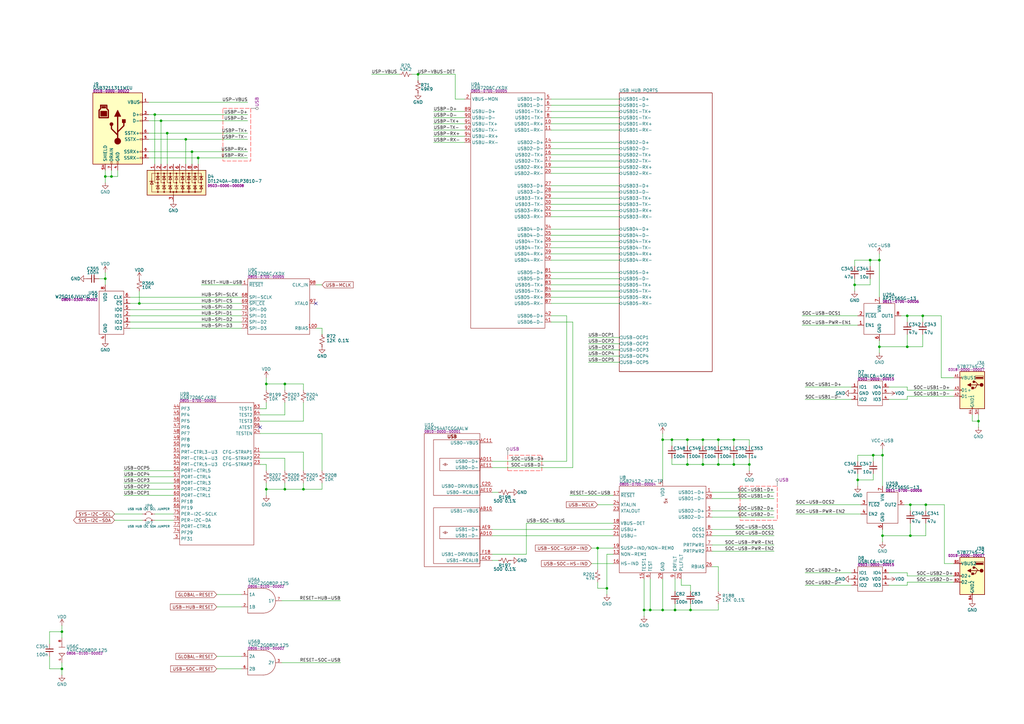
<source format=kicad_sch>
(kicad_sch (version 20250114) (generator "eeschema") (generator_version "9.0")
  (paper "A3")
  (title_block (title "Benchy Motherboard AM625 - USB") (rev "REV1") (company "Daxxn Industries") (comment 4 "Small net labels (≤0.65) are for clarity and do not connect to other nets."))
  (lib_symbols
    (symbol "DX_Capacitor_Ceramic:CL05A104KA5NNNC" (pin_numbers (hide yes)) (pin_names (hide yes))
      (property "Reference" "C" (at 2.794 1.778 0))
      (property "Value" "100n" (at 2.794 0 0))
      (symbol "CL05A104KA5NNNC_1_1"
        (pin passive line (at 0 2.54 270) (length 2.032) (name "~") (number "1"))
        (pin passive line (at 0 -2.54 90) (length 2.032) (name "~") (number "2"))
      )
    )
    (symbol "DX_Capacitor_Ceramic:CL05A105KO5NNNC" (pin_numbers (hide yes)) (pin_names (hide yes))
      (property "Reference" "C" (at 2.794 1.778 0))
      (property "Value" "1u" (at 2.794 0 0))
      (symbol "CL05A105KO5NNNC_1_1"
        (pin passive line (at 0 2.54 270) (length 2.032) (name "~") (number "1"))
        (pin passive line (at 0 -2.54 90) (length 2.032) (name "~") (number "2"))
      )
    )
    (symbol "DX_Capacitor_Ceramic:CL21A106KOQNNNG" (pin_numbers (hide yes)) (pin_names (hide yes))
      (property "Reference" "C" (at 2.794 1.778 0))
      (property "Value" "10u" (at 2.794 0 0))
      (symbol "CL21A106KOQNNNG_1_1"
        (pin passive line (at 0 2.54 270) (length 2.032) (name "~") (number "1"))
        (pin passive line (at 0 -2.54 90) (length 2.032) (name "~") (number "2"))
      )
    )
    (symbol "DX_Capacitor_Ceramic:GRM32EC81C476KE15L" (pin_numbers (hide yes)) (pin_names (hide yes))
      (property "Reference" "C" (at 2.794 1.778 0))
      (property "Value" "47u" (at 2.794 0 0))
      (symbol "GRM32EC81C476KE15L_1_1"
        (pin passive line (at 0 2.54 270) (length 2.032) (name "~") (number "1"))
        (pin passive line (at 0 -2.54 90) (length 2.032) (name "~") (number "2"))
      )
    )
    (symbol "DX_Connector_USB:5787745-2"
      (property "Reference" "J" (at 0 3.302 0))
      (property "Value" "5787745-2" (at 0 1.778 0))
      (property "PartNumber" "0318-0000-00007" (at 0 0.508 0))
      (symbol "5787745-2_1_1"
        (pin passive line (at 2.54 -17.78 90) (length 2.54) (name "") (number "SH"))
        (pin power_in line (at 5.08 -17.78 90) (length 2.54) (name "GND1") (number "A4"))
        (pin power_in line (at 12.7 -2.54 180) (length 2.54) (name "VBUS1") (number "A1"))
        (pin bidirectional line (at 12.7 -7.62 180) (length 2.54) (name "D1+") (number "A3"))
        (pin bidirectional line (at 12.7 -10.16 180) (length 2.54) (name "D1-") (number "A2"))
      )
      (symbol "5787745-2_2_0"
        (pin power_in line (at 5.08 -17.78 90) (length 2.54) (name "GND2") (number "B4"))
        (pin power_in line (at 12.7 -2.54 180) (length 2.54) (name "VBUS2") (number "B1"))
        (pin bidirectional line (at 12.7 -7.62 180) (length 2.54) (name "D2+") (number "B3"))
        (pin bidirectional line (at 12.7 -10.16 180) (length 2.54) (name "D2-") (number "B2"))
      )
    )
    (symbol "DX_Connector_USB:GSB3211311WEU" (pin_names (offset 1.016))
      (property "Reference" "J" (at -10.16 17.526 0))
      (property "Value" "GSB3211311WEU" (at -10.16 16.002 0))
      (property "PartNumber" "0318-0000-00022" (at -10.16 14.732 0))
      (symbol "GSB3211311WEU_1_1"
        (pin passive line (at -5.08 -17.78 90) (length 2.54) (name "SHIELD") (number "SH"))
        (pin passive line (at -2.54 -17.78 90) (length 2.54) (name "DRAIN") (number "7"))
        (pin power_out line (at 0 -17.78 90) (length 2.54) (name "GND") (number "4"))
        (pin power_out line (at 12.7 10.16 180) (length 2.54) (name "VBUS") (number "1"))
        (pin bidirectional line (at 12.7 5.08 180) (length 2.54) (name "D+") (number "3"))
        (pin bidirectional line (at 12.7 2.54 180) (length 2.54) (name "D-") (number "2"))
        (pin output line (at 12.7 -2.54 180) (length 2.54) (name "SSTX+") (number "6"))
        (pin output line (at 12.7 -5.08 180) (length 2.54) (name "SSTX-") (number "5"))
        (pin input line (at 12.7 -10.16 180) (length 2.54) (name "SSRX+") (number "9"))
        (pin input line (at 12.7 -12.7 180) (length 2.54) (name "SSRX-") (number "8"))
      )
    )
    (symbol "DX_Device:R" (pin_numbers (hide yes)) (pin_names (offset 0.254) (hide yes))
      (property "Reference" "R" (at 1.016 0.635 0))
      (property "Value" "R" (at 1.016 -1.016 0))
      (symbol "R_1_1"
        (pin passive line (at 0 2.54 270) (length 1.016) (name "~") (number "1"))
        (pin passive line (at 0 -2.54 90) (length 1.016) (name "~") (number "2"))
      )
    )
    (symbol "DX_Device_Power:VCC-USB" (power) (pin_names (offset 0))
      (property "Value" "VCC-USB" (at 0 3.429 0))
      (symbol "VCC-USB_1_1"
        (pin power_in line (at 0 0 90) (length 0) (hide yes) (name "VCC-USB") (number "1"))
      )
    )
    (symbol "DX_Diode_TVS:DT1240A-08LP3810-7" (pin_names (hide yes))
      (property "Reference" "D" (at 13.97 2.54 0))
      (property "Value" "DT1240A-08LP3810-7" (at 13.97 0.635 0))
      (property "PartNumber" "0503-0000-00008" (at 13.97 -1.27 0))
      (symbol "DT1240A-08LP3810-7_0_0"
        (pin passive line (at 0 -7.62 90) (length 2.54) (name "A") (number "3"))
      )
      (symbol "DT1240A-08LP3810-7_1_1"
        (pin passive line (at -7.62 7.62 270) (length 2.54) (name "K1") (number "1"))
        (pin passive line (at -5.08 7.62 270) (length 2.54) (name "K2") (number "2"))
        (pin passive line (at -2.54 7.62 270) (length 2.54) (name "K3") (number "4"))
        (pin passive line (at 0 7.62 270) (length 2.54) (name "K4") (number "5"))
        (pin passive line (at 2.54 7.62 270) (length 2.54) (name "K5") (number "6"))
        (pin passive line (at 5.08 7.62 270) (length 2.54) (name "K6") (number "7"))
        (pin passive line (at 7.62 7.62 270) (length 2.54) (name "K7") (number "8"))
        (pin passive line (at 10.16 7.62 270) (length 2.54) (name "K8") (number "9"))
      )
    )
    (symbol "DX_Diode_TVS:USBLC6-4SC6Y"
      (property "Reference" "D" (at 0 3.556 0))
      (property "Value" "USBLC6-4SC6Y" (at 0 2.032 0))
      (property "PartNumber" "0503-0000-00015" (at 0 0.762 0))
      (symbol "USBLC6-4SC6Y_0_0"
        (pin bidirectional line (at -2.54 -2.54 0) (length 2.54) (name "IO1") (number "1"))
        (pin power_in line (at -2.54 -5.08 0) (length 2.54) (name "GND") (number "2"))
        (pin bidirectional line (at -2.54 -7.62 0) (length 2.54) (name "IO2") (number "3"))
        (pin bidirectional line (at 12.7 -2.54 180) (length 2.54) (name "IO4") (number "6"))
        (pin power_in line (at 12.7 -5.08 180) (length 2.54) (name "VDD") (number "5"))
        (pin bidirectional line (at 12.7 -7.62 180) (length 2.54) (name "IO3") (number "4"))
      )
    )
    (symbol "DX_IC_Interface_USB:USB2412-DZK-TR"
      (property "Reference" "U" (at 0 3.556 0))
      (property "Value" "USB2412-DZK-TR" (at 0 2.032 0))
      (property "PartNumber" "0805-0700-00004" (at 0 0.762 0))
      (symbol "USB2412-DZK-TR_0_0"
        (pin input line (at -2.54 -3.81 0) (length 2.54) (name "~{RESET}") (number "17"))
        (pin input line (at -2.54 -7.62 0) (length 2.54) (name "XTALIN") (number "24"))
        (pin output line (at -2.54 -10.16 0) (length 2.54) (name "XTALOUT") (number "23"))
        (pin input line (at -2.54 -15.24 0) (length 2.54) (name "VBUS-DET") (number "18"))
        (pin bidirectional line (at -2.54 -17.78 0) (length 2.54) (name "USBU+") (number "22"))
        (pin bidirectional line (at -2.54 -20.32 0) (length 2.54) (name "USBU-") (number "21"))
        (pin bidirectional line (at -2.54 -25.4 0) (length 2.54) (name "SUSP-IND/NON-REM0") (number "19"))
        (pin input line (at -2.54 -27.94 0) (length 2.54) (name "NON-REM1") (number "13"))
        (pin output line (at -2.54 -31.75 0) (length 2.54) (name "HS-IND") (number "16"))
        (pin input line (at 10.16 -38.1 90) (length 2.54) (name "TEST1") (number "15"))
        (pin input line (at 12.7 -38.1 90) (length 2.54) (name "TEST") (number "6"))
        (pin power_in line (at 17.78 2.54 270) (length 2.54) (hide yes) (name "VDD") (number "10"))
        (pin power_in line (at 17.78 2.54 270) (length 2.54) (hide yes) (name "VDD") (number "14"))
        (pin power_in line (at 17.78 2.54 270) (length 2.54) (hide yes) (name "VDD") (number "20"))
        (pin power_in line (at 17.78 2.54 270) (length 2.54) (hide yes) (name "VDD") (number "27"))
        (pin power_in line (at 17.78 2.54 270) (length 2.54) (name "VDD") (number "4"))
        (pin no_connect line (at 17.78 -12.7 0) (length 2.54) (hide yes) (name "NC") (number "5"))
        (pin power_in line (at 17.78 -38.1 90) (length 2.54) (name "GND") (number "29"))
        (pin power_in line (at 22.86 -38.1 90) (length 2.54) (name "CRFILT") (number "9"))
        (pin power_in line (at 25.4 -38.1 90) (length 2.54) (name "PLLFILT") (number "25"))
        (pin bidirectional line (at 38.1 -2.54 180) (length 2.54) (name "USBD1-D+") (number "1"))
        (pin bidirectional line (at 38.1 -5.08 180) (length 2.54) (name "USBD1-D-") (number "28"))
        (pin bidirectional line (at 38.1 -10.16 180) (length 2.54) (name "USBD2-D+") (number "3"))
        (pin bidirectional line (at 38.1 -12.7 180) (length 2.54) (name "USBD2-D-") (number "2"))
        (pin input line (at 38.1 -17.78 180) (length 2.54) (name "OCS1") (number "8"))
        (pin input line (at 38.1 -20.32 180) (length 2.54) (name "OCS2") (number "12"))
        (pin output line (at 38.1 -24.13 180) (length 2.54) (name "PRTPWR1") (number "7"))
        (pin output line (at 38.1 -26.67 180) (length 2.54) (name "PRTPWR2") (number "11"))
        (pin input line (at 38.1 -33.02 180) (length 2.54) (name "RBIAS") (number "26"))
      )
      (symbol "USB2412-DZK-TR_1_1"
        (text "5x" (at 19.05 -4.826 900) (effects (font (size 1.27 1.27)) (justify right)))
      )
    )
    (symbol "DX_IC_Interface_USB:USB7206C/KDX"
      (property "Reference" "U" (at 0 3.556 0))
      (property "Value" "USB7206C/KDX" (at 0 2.032 0))
      (property "PartNumber" "0805-0700-00005" (at 0 0.762 0))
      (symbol "USB7206C/KDX_1_0"
        (pin input line (at -2.54 -2.54 0) (length 2.54) (name "VBUS-MON") (number "2"))
        (pin bidirectional line (at -2.54 -7.62 0) (length 2.54) (name "USBU-D+") (number "89"))
        (pin bidirectional line (at -2.54 -10.16 0) (length 2.54) (name "USBU-D-") (number "90"))
        (pin output line (at -2.54 -12.7 0) (length 2.54) (name "USBU-TX+") (number "91"))
        (pin output line (at -2.54 -15.24 0) (length 2.54) (name "USBU-TX-") (number "92"))
        (pin input line (at -2.54 -17.78 0) (length 2.54) (name "USBU-RX+") (number "94"))
        (pin input line (at -2.54 -20.32 0) (length 2.54) (name "USBU-RX-") (number "95"))
        (pin bidirectional line (at 33.02 -2.54 180) (length 2.54) (name "USBD1-D+") (number "5"))
        (pin bidirectional line (at 33.02 -5.08 180) (length 2.54) (name "USBD1-D-") (number "6"))
        (pin output line (at 33.02 -7.62 180) (length 2.54) (name "USBD1-TX+") (number "7"))
        (pin output line (at 33.02 -10.16 180) (length 2.54) (name "USBD1-TX-") (number "8"))
        (pin input line (at 33.02 -12.7 180) (length 2.54) (name "USBD1-RX+") (number "10"))
        (pin input line (at 33.02 -15.24 180) (length 2.54) (name "USBD1-RX-") (number "11"))
        (pin bidirectional line (at 33.02 -20.32 180) (length 2.54) (name "USBD2-D+") (number "14"))
        (pin bidirectional line (at 33.02 -22.86 180) (length 2.54) (name "USBD2-D-") (number "15"))
        (pin output line (at 33.02 -25.4 180) (length 2.54) (name "USBD2-TX+") (number "16"))
        (pin output line (at 33.02 -27.94 180) (length 2.54) (name "USBD2-TX-") (number "17"))
        (pin input line (at 33.02 -30.48 180) (length 2.54) (name "USBD2-RX+") (number "19"))
        (pin input line (at 33.02 -33.02 180) (length 2.54) (name "USBD2-RX-") (number "20"))
        (pin bidirectional line (at 33.02 -38.1 180) (length 2.54) (name "USBD3-D+") (number "27"))
        (pin bidirectional line (at 33.02 -40.64 180) (length 2.54) (name "USBD3-D-") (number "28"))
        (pin output line (at 33.02 -43.18 180) (length 2.54) (name "USBD3-TX+") (number "29"))
        (pin output line (at 33.02 -45.72 180) (length 2.54) (name "USBD3-TX-") (number "30"))
        (pin input line (at 33.02 -48.26 180) (length 2.54) (name "USBD3-RX+") (number "32"))
        (pin input line (at 33.02 -50.8 180) (length 2.54) (name "USBD3-RX-") (number "33"))
        (pin bidirectional line (at 33.02 -55.88 180) (length 2.54) (name "USBD4-D+") (number "34"))
        (pin bidirectional line (at 33.02 -58.42 180) (length 2.54) (name "USBD4-D-") (number "35"))
        (pin output line (at 33.02 -60.96 180) (length 2.54) (name "USBD4-TX+") (number "36"))
        (pin output line (at 33.02 -63.5 180) (length 2.54) (name "USBD4-TX-") (number "37"))
        (pin input line (at 33.02 -66.04 180) (length 2.54) (name "USBD4-RX+") (number "39"))
        (pin input line (at 33.02 -68.58 180) (length 2.54) (name "USBD4-RX-") (number "40"))
        (pin bidirectional line (at 33.02 -73.66 180) (length 2.54) (name "USBD5-D+") (number "81"))
        (pin bidirectional line (at 33.02 -76.2 180) (length 2.54) (name "USBD5-D-") (number "82"))
        (pin output line (at 33.02 -78.74 180) (length 2.54) (name "USBD5-TX+") (number "83"))
        (pin output line (at 33.02 -81.28 180) (length 2.54) (name "USBD5-TX-") (number "84"))
        (pin input line (at 33.02 -83.82 180) (length 2.54) (name "USBD5-RX+") (number "86"))
        (pin input line (at 33.02 -86.36 180) (length 2.54) (name "USBD5-RX-") (number "87"))
        (pin bidirectional line (at 33.02 -91.44 180) (length 2.54) (name "USBD6-D+") (number "42"))
        (pin bidirectional line (at 33.02 -93.98 180) (length 2.54) (name "USBD6-D-") (number "41"))
      )
      (symbol "USB7206C/KDX_2_0"
        (pin bidirectional line (at -2.54 -2.54 0) (length 2.54) (name "PF3") (number "44"))
        (pin bidirectional line (at -2.54 -5.08 0) (length 2.54) (name "PF4") (number "45"))
        (pin bidirectional line (at -2.54 -7.62 0) (length 2.54) (name "PF5") (number "46"))
        (pin bidirectional line (at -2.54 -10.16 0) (length 2.54) (name "PF6") (number "47"))
        (pin bidirectional line (at -2.54 -12.7 0) (length 2.54) (name "PF7") (number "48"))
        (pin bidirectional line (at -2.54 -15.24 0) (length 2.54) (name "PF8") (number "49"))
        (pin bidirectional line (at -2.54 -17.78 0) (length 2.54) (name "PF9") (number "50"))
        (pin bidirectional line (at -2.54 -20.32 0) (length 2.54) (name "PF10") (number "51") (alternate "PRT-CTRL3-U3" bidirectional line))
        (pin bidirectional line (at -2.54 -22.86 0) (length 2.54) (name "PF11") (number "52") (alternate "PRT-CTRL4-U3" bidirectional line))
        (pin bidirectional line (at -2.54 -25.4 0) (length 2.54) (name "PF12") (number "54") (alternate "PRT-CTRL5-U3" bidirectional line))
        (pin bidirectional line (at -2.54 -27.94 0) (length 2.54) (name "PF13") (number "56") (alternate "PORT-CTRL5" bidirectional line))
        (pin bidirectional line (at -2.54 -30.48 0) (length 2.54) (name "PF14") (number "57") (alternate "PORT-CTRL4" bidirectional line))
        (pin bidirectional line (at -2.54 -33.02 0) (length 2.54) (name "PF15") (number "58") (alternate "PORT-CTRL3" bidirectional line))
        (pin bidirectional line (at -2.54 -35.56 0) (length 2.54) (name "PF16") (number "59") (alternate "PORT-CTRL2" bidirectional line))
        (pin bidirectional line (at -2.54 -38.1 0) (length 2.54) (name "PF17") (number "60") (alternate "PORT-CTRL1" bidirectional line))
        (pin bidirectional line (at -2.54 -40.64 0) (length 2.54) (name "PF18") (number "61"))
        (pin bidirectional line (at -2.54 -43.18 0) (length 2.54) (name "PF19") (number "66"))
        (pin bidirectional line (at -2.54 -45.72 0) (length 2.54) (name "PF26") (number "75") (alternate "PER-I2C-SCLK" input line))
        (pin bidirectional line (at -2.54 -48.26 0) (length 2.54) (name "PF27") (number "76") (alternate "PER-I2C-DA" bidirectional line))
        (pin bidirectional line (at -2.54 -50.8 0) (length 2.54) (name "PF28") (number "77") (alternate "PORT-CTRL6" bidirectional line))
        (pin bidirectional line (at -2.54 -53.34 0) (length 2.54) (name "PF29") (number "74"))
        (pin bidirectional line (at -2.54 -55.88 0) (length 2.54) (name "PF31") (number "3"))
        (pin bidirectional line (at 33.02 -2.54 180) (length 2.54) (name "TEST1") (number "63"))
        (pin bidirectional line (at 33.02 -5.08 180) (length 2.54) (name "TEST2") (number "64"))
        (pin bidirectional line (at 33.02 -7.62 180) (length 2.54) (name "TEST3") (number "65"))
        (pin bidirectional line (at 33.02 -10.16 180) (length 2.54) (name "ATEST") (number "96"))
        (pin tri_state line (at 33.02 -12.7 180) (length 2.54) (name "TESTEN") (number "24"))
        (pin input line (at 33.02 -20.32 180) (length 2.54) (name "CFG-STRAP1") (number "21"))
        (pin input line (at 33.02 -22.86 180) (length 2.54) (name "CFG-STRAP2") (number "22"))
        (pin input line (at 33.02 -25.4 180) (length 2.54) (name "CFG-STRAP3") (number "23"))
      )
      (symbol "USB7206C/KDX_3_0"
        (pin input line (at -2.54 -2.54 0) (length 2.54) (name "~{RESET}") (number "1"))
        (pin input line (at -2.54 -7.62 0) (length 2.54) (name "SPI-SCLK") (number "68"))
        (pin input line (at -2.54 -10.16 0) (length 2.54) (name "~{SPI_CE}") (number "69"))
        (pin bidirectional line (at -2.54 -12.7 0) (length 2.54) (name "SPI-D0") (number "70"))
        (pin bidirectional line (at -2.54 -15.24 0) (length 2.54) (name "SPI-D1") (number "71"))
        (pin bidirectional line (at -2.54 -17.78 0) (length 2.54) (name "SPI-D2") (number "72"))
        (pin bidirectional line (at -2.54 -20.32 0) (length 2.54) (name "SPI-D3") (number "73"))
        (pin input line (at 27.94 -2.54 180) (length 2.54) (name "XTAL1") (number "98") (alternate "CLK_IN" input line))
        (pin input line (at 27.94 -10.16 180) (length 2.54) (name "XTAL0") (number "97"))
        (pin passive line (at 27.94 -20.32 180) (length 2.54) (name "RBIAS") (number "100"))
      )
      (symbol "USB7206C/KDX_4_0"
        (pin power_in line (at -2.54 -2.54 0) (length 2.54) (name "VDD33") (number "26"))
        (pin power_in line (at -2.54 -2.54 0) (length 2.54) (hide yes) (name "VDD33") (number "43"))
        (pin power_in line (at -2.54 -2.54 0) (length 2.54) (hide yes) (name "VDD33") (number "53"))
        (pin power_in line (at -2.54 -2.54 0) (length 2.54) (hide yes) (name "VDD33") (number "62"))
        (pin power_in line (at -2.54 -2.54 0) (length 2.54) (hide yes) (name "VDD33") (number "67"))
        (pin power_in line (at -2.54 -2.54 0) (length 2.54) (hide yes) (name "VDD33") (number "79"))
        (pin power_in line (at -2.54 -2.54 0) (length 2.54) (hide yes) (name "VDD33") (number "88"))
        (pin power_in line (at -2.54 -2.54 0) (length 2.54) (hide yes) (name "VDD33") (number "99"))
        (pin power_in line (at -2.54 -10.16 0) (length 2.54) (hide yes) (name "VCORE") (number "18"))
        (pin power_in line (at -2.54 -10.16 0) (length 2.54) (hide yes) (name "VCORE") (number "25"))
        (pin power_in line (at -2.54 -10.16 0) (length 2.54) (hide yes) (name "VCORE") (number "31"))
        (pin power_in line (at -2.54 -10.16 0) (length 2.54) (hide yes) (name "VCORE") (number "38"))
        (pin power_in line (at -2.54 -10.16 0) (length 2.54) (hide yes) (name "VCORE") (number "55"))
        (pin power_in line (at -2.54 -10.16 0) (length 2.54) (hide yes) (name "VCORE") (number "78"))
        (pin power_in line (at -2.54 -10.16 0) (length 2.54) (hide yes) (name "VCORE") (number "85"))
        (pin power_in line (at -2.54 -10.16 0) (length 2.54) (name "VCORE") (number "9"))
        (pin power_in line (at -2.54 -10.16 0) (length 2.54) (hide yes) (name "VCORE") (number "93"))
        (pin power_in line (at -2.54 -20.32 0) (length 2.54) (name "GND") (number "101"))
        (pin no_connect line (at 5.08 -5.08 0) (length 2.54) (hide yes) (name "NC") (number "12"))
        (pin no_connect line (at 5.08 -5.08 0) (length 2.54) (hide yes) (name "NC") (number "13"))
        (pin no_connect line (at 5.08 -5.08 0) (length 2.54) (hide yes) (name "NC") (number "4"))
        (pin no_connect line (at 5.08 -5.08 0) (length 2.54) (hide yes) (name "NC") (number "80"))
      )
      (symbol "USB7206C/KDX_4_1"
        (text "x8" (at 6.858 -2.54 0) (effects (font (size 1.27 1.27)) (justify left)))
        (text "x9" (at 6.858 -10.16 0) (effects (font (size 1.27 1.27)) (justify left)))
      )
    )
    (symbol "DX_IC_Logic_AND:74HC2G08DP,125"
      (property "Reference" "U" (at 0 9.144 0))
      (property "Value" "74HC2G08DP,125" (at 0 7.366 0))
      (property "PartNumber" "0806-0100-00002" (at 0 5.842 0))
      (symbol "74HC2G08DP,125_1_0"
        (pin input line (at -2.54 2.54 0) (length 2.54) (name "1A") (number "1"))
        (pin input line (at -2.54 -2.54 0) (length 2.54) (name "1B") (number "2"))
        (pin output line (at 13.97 0 180) (length 2.54) (name "1Y") (number "7"))
      )
      (symbol "74HC2G08DP,125_2_0"
        (pin input line (at -2.54 2.54 0) (length 2.54) (name "2A") (number "5"))
        (pin input line (at -2.54 -2.54 0) (length 2.54) (name "2B") (number "6"))
        (pin output line (at 13.97 0 180) (length 2.54) (name "2Y") (number "3"))
      )
      (symbol "74HC2G08DP,125_3_0"
        (pin power_in line (at 0 5.08 270) (length 2.54) (name "VCC") (number "8"))
        (pin power_in line (at 0 -5.08 90) (length 2.54) (name "GND") (number "4"))
      )
    )
    (symbol "DX_IC_MPU:AM6254ATCGGAALW"
      (property "Reference" "U" (at 0 3.556 0))
      (property "Value" "AM6254ATCGGAALW" (at 0 2.032 0))
      (property "PartNumber" "0810-0000-00001" (at 0 0.762 0))
      (symbol "AM6254ATCGGAALW_1_1"
        (text "x62" (at 5.08 -116.84 0) (effects (font (size 1.27 1.27)) (justify left)))
        (text "x2" (at 9.144 -10.16 0) (effects (font (size 1.27 1.27)) (justify left)))
        (text "x2" (at 9.144 -12.7 0) (effects (font (size 1.27 1.27)) (justify left)))
        (text "x2" (at 9.144 -15.24 0) (effects (font (size 1.27 1.27)) (justify left)))
        (text "x4" (at 9.144 -17.78 0) (effects (font (size 1.27 1.27)) (justify left)))
        (text "x4" (at 10.16 -66.04 0) (effects (font (size 1.27 1.27)) (justify left)))
        (text "x17" (at 10.16 -71.12 0) (effects (font (size 1.27 1.27)) (justify left)))
        (text "x8" (at 11.176 -73.66 0) (effects (font (size 1.27 1.27)) (justify left)))
        (text "x2" (at 12.446 -27.94 0) (effects (font (size 1.27 1.27)) (justify left)))
        (text "POWER" (at 12.7 -2.54 0) (effects (font (size 2 2) (bold yes))))
        (text "x2" (at 16.764 -53.34 0) (effects (font (size 1.27 1.27)) (justify left)))
        (pin power_in line (at -5.08 -5.08 0) (length 5.08) (name "VDDA-3P3-USB") (number "Y13"))
        (pin power_in line (at -5.08 -10.16 0) (length 5.08) (name "VDDSHV0") (number "F15"))
        (pin power_in line (at -5.08 -10.16 0) (length 5.08) (hide yes) (name "VDDSHV0") (number "G14"))
        (pin power_in line (at -5.08 -12.7 0) (length 5.08) (hide yes) (name "VDDSHV1") (number "L18"))
        (pin power_in line (at -5.08 -12.7 0) (length 5.08) (name "VDDSHV1") (number "M19"))
        (pin power_in line (at -5.08 -15.24 0) (length 5.08) (hide yes) (name "VDDSHV2") (number "W16"))
        (pin power_in line (at -5.08 -15.24 0) (length 5.08) (name "VDDSHV2") (number "W19"))
        (pin power_in line (at -5.08 -17.78 0) (length 5.08) (hide yes) (name "VDDSHV3") (number "N18"))
        (pin power_in line (at -5.08 -17.78 0) (length 5.08) (hide yes) (name "VDDSHV3") (number "P18"))
        (pin power_in line (at -5.08 -17.78 0) (length 5.08) (name "VDDSHV3") (number "T19"))
        (pin power_in line (at -5.08 -17.78 0) (length 5.08) (hide yes) (name "VDDSHV3") (number "U18"))
        (pin power_in line (at -5.08 -20.32 0) (length 5.08) (name "VDDSHV4") (number "T7"))
        (pin power_in line (at -5.08 -22.86 0) (length 5.08) (name "VDDSHV5") (number "G17"))
        (pin power_in line (at -5.08 -25.4 0) (length 5.08) (name "VDDSHV6") (number "J18"))
        (pin power_in line (at -5.08 -27.94 0) (length 5.08) (name "VDDSHV-MCU") (number "F11"))
        (pin power_in line (at -5.08 -27.94 0) (length 5.08) (hide yes) (name "VDDSHV-MCU") (number "G12"))
        (pin power_in line (at -5.08 -30.48 0) (length 5.08) (name "VDDSHV-CANUART") (number "H9"))
        (pin power_in line (at -5.08 -35.56 0) (length 5.08) (name "VDDA-MCU") (number "L11"))
        (pin power_in line (at -5.08 -38.1 0) (length 5.08) (name "VDDA-PLL0") (number "U11"))
        (pin power_in line (at -5.08 -40.64 0) (length 5.08) (name "VDDA-PLL1") (number "U15"))
        (pin power_in line (at -5.08 -43.18 0) (length 5.08) (name "VDDA-PLL2") (number "L14"))
        (pin power_in line (at -5.08 -45.72 0) (length 5.08) (name "VDDA-TEMP0") (number "T9"))
        (pin power_in line (at -5.08 -48.26 0) (length 5.08) (name "VDDA-TEMP1") (number "G16"))
        (pin power_in line (at -5.08 -50.8 0) (length 5.08) (name "VDDA-1P8-CSIRX0") (number "W14"))
        (pin power_in line (at -5.08 -53.34 0) (length 5.08) (name "VDDA-1P8-OLDI0") (number "W10"))
        (pin power_in line (at -5.08 -53.34 0) (length 5.08) (hide yes) (name "VDDA-1P8-OLDI0") (number "W9"))
        (pin power_in line (at -5.08 -55.88 0) (length 5.08) (name "VDDA-1P8-USB") (number "Y11"))
        (pin power_in line (at -5.08 -58.42 0) (length 5.08) (name "VDDS-OSC0") (number "G7"))
        (pin power_in line (at -5.08 -63.5 0) (length 5.08) (name "VDDS-DDR-C") (number "M9"))
        (pin power_in line (at -5.08 -66.04 0) (length 5.08) (name "VDDS-DDR") (number "K9"))
        (pin power_in line (at -5.08 -66.04 0) (length 5.08) (hide yes) (name "VDDS-DDR") (number "L8"))
        (pin power_in line (at -5.08 -66.04 0) (length 5.08) (hide yes) (name "VDDS-DDR") (number "P9"))
        (pin power_in line (at -5.08 -66.04 0) (length 5.08) (hide yes) (name "VDDS-DDR") (number "R8"))
        (pin power_in line (at -5.08 -71.12 0) (length 5.08) (name "VDD_CORE") (number "H8"))
        (pin power_in line (at -5.08 -71.12 0) (length 5.08) (hide yes) (name "VDD_CORE") (number "J11"))
        (pin power_in line (at -5.08 -71.12 0) (length 5.08) (hide yes) (name "VDD_CORE") (number "J14"))
        (pin power_in line (at -5.08 -71.12 0) (length 5.08) (hide yes) (name "VDD_CORE") (number "K17"))
        (pin power_in line (at -5.08 -71.12 0) (length 5.08) (hide yes) (name "VDD_CORE") (number "L12"))
        (pin power_in line (at -5.08 -71.12 0) (length 5.08) (hide yes) (name "VDD_CORE") (number "L15"))
        (pin power_in line (at -5.08 -71.12 0) (length 5.08) (hide yes) (name "VDD_CORE") (number "M16"))
        (pin power_in line (at -5.08 -71.12 0) (length 5.08) (hide yes) (name "VDD_CORE") (number "N11"))
        (pin power_in line (at -5.08 -71.12 0) (length 5.08) (hide yes) (name "VDD_CORE") (number "N13"))
        (pin power_in line (at -5.08 -71.12 0) (length 5.08) (hide yes) (name "VDD_CORE") (number "N8"))
        (pin power_in line (at -5.08 -71.12 0) (length 5.08) (hide yes) (name "VDD_CORE") (number "P17"))
        (pin power_in line (at -5.08 -71.12 0) (length 5.08) (hide yes) (name "VDD_CORE") (number "R11"))
        (pin power_in line (at -5.08 -71.12 0) (length 5.08) (hide yes) (name "VDD_CORE") (number "R14"))
        (pin power_in line (at -5.08 -71.12 0) (length 5.08) (hide yes) (name "VDD_CORE") (number "U12"))
        (pin power_in line (at -5.08 -71.12 0) (length 5.08) (hide yes) (name "VDD_CORE") (number "V15"))
        (pin power_in line (at -5.08 -71.12 0) (length 5.08) (hide yes) (name "VDD_CORE") (number "V17"))
        (pin power_in line (at -5.08 -71.12 0) (length 5.08) (hide yes) (name "VDD_CORE") (number "V8"))
        (pin power_in line (at -5.08 -73.66 0) (length 5.08) (name "VDDR-CORE") (number "J12"))
        (pin power_in line (at -5.08 -73.66 0) (length 5.08) (hide yes) (name "VDDR-CORE") (number "K16"))
        (pin power_in line (at -5.08 -73.66 0) (length 5.08) (hide yes) (name "VDDR-CORE") (number "N12"))
        (pin power_in line (at -5.08 -73.66 0) (length 5.08) (hide yes) (name "VDDR-CORE") (number "N14"))
        (pin power_in line (at -5.08 -73.66 0) (length 5.08) (hide yes) (name "VDDR-CORE") (number "P16"))
        (pin power_in line (at -5.08 -73.66 0) (length 5.08) (hide yes) (name "VDDR-CORE") (number "R12"))
        (pin power_in line (at -5.08 -73.66 0) (length 5.08) (hide yes) (name "VDDR-CORE") (number "T10"))
        (pin power_in line (at -5.08 -73.66 0) (length 5.08) (hide yes) (name "VDDR-CORE") (number "U14"))
        (pin power_in line (at -5.08 -76.2 0) (length 5.08) (name "VDD-CANUART") (number "F8"))
        (pin power_in line (at -5.08 -78.74 0) (length 5.08) (name "VDDA-CORE-CSIRX0") (number "W13"))
        (pin power_in line (at -5.08 -81.28 0) (length 5.08) (name "VDDA-CORE-USB") (number "W12"))
        (pin power_in line (at -5.08 -86.36 0) (length 5.08) (name "CAP-VDDS-CANUART") (number "G9"))
        (pin power_in line (at -5.08 -88.9 0) (length 5.08) (name "CAP-VDDS0") (number "H15"))
        (pin power_in line (at -5.08 -91.44 0) (length 5.08) (name "CAP-VDDS1") (number "K18"))
        (pin power_in line (at -5.08 -93.98 0) (length 5.08) (name "CAP-VDDS2") (number "W17"))
        (pin power_in line (at -5.08 -96.52 0) (length 5.08) (name "CAP-VDDS3") (number "P19"))
        (pin power_in line (at -5.08 -99.06 0) (length 5.08) (name "CAP-VDDS4") (number "U7"))
        (pin power_in line (at -5.08 -101.6 0) (length 5.08) (name "CAP-VDDS5") (number "H17"))
        (pin power_in line (at -5.08 -104.14 0) (length 5.08) (name "CAP-VDDS6") (number "J19"))
        (pin power_in line (at -5.08 -106.68 0) (length 5.08) (name "CAP-VDDS-MCU") (number "H11"))
        (pin power_in line (at -5.08 -116.84 0) (length 5.08) (name "VSS") (number "A1"))
        (pin power_in line (at -5.08 -116.84 0) (length 5.08) (hide yes) (name "VSS") (number "A24"))
        (pin power_in line (at -5.08 -116.84 0) (length 5.08) (hide yes) (name "VSS") (number "A25"))
        (pin power_in line (at -5.08 -116.84 0) (length 5.08) (hide yes) (name "VSS") (number "AA11"))
        (pin power_in line (at -5.08 -116.84 0) (length 5.08) (hide yes) (name "VSS") (number "AB9"))
        (pin power_in line (at -5.08 -116.84 0) (length 5.08) (hide yes) (name "VSS") (number "AD1"))
        (pin power_in line (at -5.08 -116.84 0) (length 5.08) (hide yes) (name "VSS") (number "AD12"))
        (pin power_in line (at -5.08 -116.84 0) (length 5.08) (hide yes) (name "VSS") (number "AD16"))
        (pin power_in line (at -5.08 -116.84 0) (length 5.08) (hide yes) (name "VSS") (number "AD25"))
        (pin power_in line (at -5.08 -116.84 0) (length 5.08) (hide yes) (name "VSS") (number "AD9"))
        (pin power_in line (at -5.08 -116.84 0) (length 5.08) (hide yes) (name "VSS") (number "AE1"))
        (pin power_in line (at -5.08 -116.84 0) (length 5.08) (hide yes) (name "VSS") (number "AE12"))
        (pin power_in line (at -5.08 -116.84 0) (length 5.08) (hide yes) (name "VSS") (number "AE16"))
        (pin power_in line (at -5.08 -116.84 0) (length 5.08) (hide yes) (name "VSS") (number "AE24"))
        (pin power_in line (at -5.08 -116.84 0) (length 5.08) (hide yes) (name "VSS") (number "AE25"))
        (pin power_in line (at -5.08 -116.84 0) (length 5.08) (hide yes) (name "VSS") (number "AE8"))
        (pin power_in line (at -5.08 -116.84 0) (length 5.08) (hide yes) (name "VSS") (number "B25"))
        (pin power_in line (at -5.08 -116.84 0) (length 5.08) (hide yes) (name "VSS") (number "F13"))
        (pin power_in line (at -5.08 -116.84 0) (length 5.08) (hide yes) (name "VSS") (number "G13"))
        (pin power_in line (at -5.08 -116.84 0) (length 5.08) (hide yes) (name "VSS") (number "G19"))
        (pin power_in line (at -5.08 -116.84 0) (length 5.08) (hide yes) (name "VSS") (number "H13"))
        (pin power_in line (at -5.08 -116.84 0) (length 5.08) (hide yes) (name "VSS") (number "H16"))
        (pin power_in line (at -5.08 -116.84 0) (length 5.08) (hide yes) (name "VSS") (number "H18"))
        (pin power_in line (at -5.08 -116.84 0) (length 5.08) (hide yes) (name "VSS") (number "H20"))
        (pin power_in line (at -5.08 -116.84 0) (length 5.08) (hide yes) (name "VSS") (number "J13"))
        (pin power_in line (at -5.08 -116.84 0) (length 5.08) (hide yes) (name "VSS") (number "J7"))
        (pin power_in line (at -5.08 -116.84 0) (length 5.08) (hide yes) (name "VSS") (number "K13"))
        (pin power_in line (at -5.08 -116.84 0) (length 5.08) (hide yes) (name "VSS") (number "K15"))
        (pin power_in line (at -5.08 -116.84 0) (length 5.08) (hide yes) (name "VSS") (number "K19"))
        (pin power_in line (at -5.08 -116.84 0) (length 5.08) (hide yes) (name "VSS") (number "K7"))
        (pin power_in line (at -5.08 -116.84 0) (length 5.08) (hide yes) (name "VSS") (number "L20"))
        (pin power_in line (at -5.08 -116.84 0) (length 5.08) (hide yes) (name "VSS") (number "M10"))
        (pin power_in line (at -5.08 -116.84 0) (length 5.08) (hide yes) (name "VSS") (number "M12"))
        (pin power_in line (at -5.08 -116.84 0) (length 5.08) (hide yes) (name "VSS") (number "M13"))
        (pin power_in line (at -5.08 -116.84 0) (length 5.08) (hide yes) (name "VSS") (number "M17"))
        (pin power_in line (at -5.08 -116.84 0) (length 5.08) (hide yes) (name "VSS") (number "M18"))
        (pin power_in line (at -5.08 -116.84 0) (length 5.08) (hide yes) (name "VSS") (number "M7"))
        (pin power_in line (at -5.08 -116.84 0) (length 5.08) (hide yes) (name "VSS") (number "M8"))
        (pin power_in line (at -5.08 -116.84 0) (length 5.08) (hide yes) (name "VSS") (number "N15"))
        (pin power_in line (at -5.08 -116.84 0) (length 5.08) (hide yes) (name "VSS") (number "P10"))
        (pin power_in line (at -5.08 -116.84 0) (length 5.08) (hide yes) (name "VSS") (number "P13"))
        (pin power_in line (at -5.08 -116.84 0) (length 5.08) (hide yes) (name "VSS") (number "P7"))
        (pin power_in line (at -5.08 -116.84 0) (length 5.08) (hide yes) (name "VSS") (number "R13"))
        (pin power_in line (at -5.08 -116.84 0) (length 5.08) (hide yes) (name "VSS") (number "R15"))
        (pin power_in line (at -5.08 -116.84 0) (length 5.08) (hide yes) (name "VSS") (number "R18"))
        (pin power_in line (at -5.08 -116.84 0) (length 5.08) (hide yes) (name "VSS") (number "R20"))
        (pin power_in line (at -5.08 -116.84 0) (length 5.08) (hide yes) (name "VSS") (number "T13"))
        (pin power_in line (at -5.08 -116.84 0) (length 5.08) (hide yes) (name "VSS") (number "T14"))
        (pin power_in line (at -5.08 -116.84 0) (length 5.08) (hide yes) (name "VSS") (number "T16"))
        (pin power_in line (at -5.08 -116.84 0) (length 5.08) (hide yes) (name "VSS") (number "T17"))
        (pin power_in line (at -5.08 -116.84 0) (length 5.08) (hide yes) (name "VSS") (number "T18"))
        (pin power_in line (at -5.08 -116.84 0) (length 5.08) (hide yes) (name "VSS") (number "T8"))
        (pin power_in line (at -5.08 -116.84 0) (length 5.08) (hide yes) (name "VSS") (number "U19"))
        (pin power_in line (at -5.08 -116.84 0) (length 5.08) (hide yes) (name "VSS") (number "U8"))
        (pin power_in line (at -5.08 -116.84 0) (length 5.08) (hide yes) (name "VSS") (number "V10"))
        (pin power_in line (at -5.08 -116.84 0) (length 5.08) (hide yes) (name "VSS") (number "V11"))
        (pin power_in line (at -5.08 -116.84 0) (length 5.08) (hide yes) (name "VSS") (number "V13"))
        (pin power_in line (at -5.08 -116.84 0) (length 5.08) (hide yes) (name "VSS") (number "V16"))
        (pin power_in line (at -5.08 -116.84 0) (length 5.08) (hide yes) (name "VSS") (number "V18"))
        (pin power_in line (at -5.08 -116.84 0) (length 5.08) (hide yes) (name "VSS") (number "V9"))
        (pin power_in line (at -5.08 -116.84 0) (length 5.08) (hide yes) (name "VSS") (number "W7"))
        (pin power_in line (at -5.08 -116.84 0) (length 5.08) (hide yes) (name "VSS") (number "Y2"))
        (pin no_connect line (at 11.43 38.1 0) (length 5.08) (hide yes) (name "RSVD0") (number "B1"))
        (pin no_connect line (at 11.43 35.56 0) (length 5.08) (hide yes) (name "RSVD1") (number "A2"))
        (pin no_connect line (at 11.43 33.02 0) (length 5.08) (hide yes) (name "RSVD2") (number "F6"))
        (pin no_connect line (at 11.43 30.48 0) (length 5.08) (hide yes) (name "RSVD3") (number "AE2"))
        (pin no_connect line (at 11.43 27.94 0) (length 5.08) (hide yes) (name "RSVD4") (number "T2"))
        (pin no_connect line (at 11.43 25.4 0) (length 5.08) (hide yes) (name "RSVD5") (number "U4"))
        (pin no_connect line (at 11.43 22.86 0) (length 5.08) (hide yes) (name "RSVD6") (number "AA12"))
        (pin no_connect line (at 11.43 20.32 0) (length 5.08) (hide yes) (name "RSVD7") (number "Y15"))
        (pin no_connect line (at 11.43 17.78 0) (length 5.08) (hide yes) (name "RSVD8") (number "E7"))
        (pin power_in line (at 30.48 -6.35 180) (length 5.08) (name "VPP") (number "J8"))
      )
      (symbol "AM6254ATCGGAALW_2_1"
        (text "CONTROL" (at 19.05 -1.27 0) (effects (font (size 1.27 1.27) (bold yes))))
        (text "MCU" (at 19.05 -24.384 0) (effects (font (size 1.27 1.27) (bold yes))))
        (pin input line (at -5.08 -3.81 0) (length 5.08) (name "~{RESET-REQ}") (number "F20"))
        (pin input line (at -5.08 -6.35 0) (length 5.08) (name "MCU-~{RESET}") (number "E11"))
        (pin input line (at -5.08 -11.43 0) (length 5.08) (name "EXTINTn") (number "D16"))
        (pin input line (at -5.08 -15.24 0) (length 5.08) (name "EXT-REFCLK1") (number "A18"))
        (pin input line (at -5.08 -20.32 0) (length 5.08) (name "~{MCU-POR}") (number "D2"))
        (pin input line (at -5.08 -30.48 0) (length 5.08) (name "MCU-OSC0-XI") (number "B2"))
        (pin output line (at -5.08 -33.02 0) (length 5.08) (name "MCU-OSC0-XO") (number "A3"))
        (pin input line (at -5.08 -40.64 0) (length 5.08) (name "WKUP-LFOSC0-XI") (number "C2"))
        (pin output line (at -5.08 -43.18 0) (length 5.08) (name "WKUP-LFOSC0-XO") (number "C1"))
        (pin bidirectional line (at -5.08 -50.8 0) (length 5.08) (name "MCU-UART0-TXD") (number "A5"))
        (pin input line (at -5.08 -53.34 0) (length 5.08) (name "MCU-UART0-RXD") (number "B5"))
        (pin bidirectional line (at -5.08 -55.88 0) (length 5.08) (name "MCU-UART0-CTSn") (number "A6"))
        (pin output line (at -5.08 -58.42 0) (length 5.08) (name "MCU-UART0-RTSn") (number "B6"))
        (pin output line (at 43.18 -3.81 180) (length 5.08) (name "~{RESETSTA}") (number "F22"))
        (pin output line (at 43.18 -6.35 180) (length 5.08) (name "MCU-~{RESET-STAT}") (number "B12"))
        (pin output line (at 43.18 -11.43 180) (length 5.08) (name "PMIC-LPM-EN0") (number "B7"))
        (pin bidirectional line (at 43.18 -15.24 180) (length 5.08) (name "MCU-~{ERROR}") (number "D1"))
        (pin output line (at 43.18 -20.32 180) (length 5.08) (name "~{POR}-OUT") (number "E21"))
        (pin bidirectional line (at 43.18 -27.94 180) (length 5.08) (name "MCU-I2C0-SCL") (number "A8"))
        (pin bidirectional line (at 43.18 -30.48 180) (length 5.08) (name "MCU-I2C0-SDA") (number "D10"))
        (pin input line (at 43.18 -35.56 180) (length 5.08) (name "MCU-MCAN0-RX") (number "B3"))
        (pin output line (at 43.18 -38.1 180) (length 5.08) (name "MCU-MCAN0-TX") (number "D6"))
        (pin input line (at 43.18 -40.64 180) (length 5.08) (name "MCU-MCAN1-RX") (number "D4"))
        (pin output line (at 43.18 -43.18 180) (length 5.08) (name "MCU-MCAN1-TX") (number "E5"))
        (pin bidirectional line (at 43.18 -48.26 180) (length 5.08) (name "MCU-SPI0-CLK") (number "A7"))
        (pin bidirectional line (at 43.18 -50.8 180) (length 5.08) (name "MCU-SPI0-D0") (number "D9"))
        (pin bidirectional line (at 43.18 -53.34 180) (length 5.08) (name "MCU-SPI0-D1") (number "C9"))
        (pin bidirectional line (at 43.18 -55.88 180) (length 5.08) (name "MCU-SPI0-CS0") (number "E8"))
        (pin bidirectional line (at 43.18 -58.42 180) (length 5.08) (name "MCU-SPI0-CS1") (number "B8"))
      )
      (symbol "AM6254ATCGGAALW_3_1"
        (text "DEBUG" (at 6.35 -1.524 0) (effects (font (size 1.27 1.27) (bold yes))))
        (pin bidirectional line (at -5.08 -5.08 0) (length 5.08) (name "EMU0") (number "E12"))
        (pin bidirectional line (at -5.08 -7.62 0) (length 5.08) (name "EMU1") (number "C11"))
        (pin input line (at -5.08 -12.7 0) (length 5.08) (name "TCK") (number "A10"))
        (pin input line (at -5.08 -15.24 0) (length 5.08) (name "TDI") (number "A11"))
        (pin output line (at -5.08 -17.78 0) (length 5.08) (name "TDO") (number "D12"))
        (pin input line (at -5.08 -20.32 0) (length 5.08) (name "TMS") (number "B11"))
        (pin input line (at -5.08 -22.86 0) (length 5.08) (name "~{TRST}") (number "B10"))
      )
      (symbol "AM6254ATCGGAALW_4_1"
        (text "DDR MEMORY" (at 25.4 -1.524 0) (effects (font (size 1.27 1.27) (bold yes))))
        (pin bidirectional line (at -5.08 -10.16 0) (length 5.08) (name "DDR0-~{ALERT}") (number "R3"))
        (pin output line (at -5.08 -12.7 0) (length 5.08) (name "DDR0-~{CAS}") (number "M4"))
        (pin output line (at -5.08 -15.24 0) (length 5.08) (name "DDR0-PAR") (number "T1"))
        (pin output line (at -5.08 -17.78 0) (length 5.08) (name "DDR0-~{WE}") (number "N3"))
        (pin output line (at -5.08 -20.32 0) (length 5.08) (name "DDR0-~{RAS}") (number "M5"))
        (pin output line (at -5.08 -22.86 0) (length 5.08) (name "DDR0-~{ACT}") (number "N6"))
        (pin output line (at -5.08 -25.4 0) (length 5.08) (name "DDR0-~{RESET0}") (number "G1"))
        (pin output line (at -5.08 -33.02 0) (length 5.08) (name "DDR0-CK0+") (number "L1"))
        (pin output line (at -5.08 -35.56 0) (length 5.08) (name "DDR0-CK0-") (number "L2"))
        (pin output line (at -5.08 -40.64 0) (length 5.08) (name "DDR0-~{CS0}") (number "L6"))
        (pin output line (at -5.08 -43.18 0) (length 5.08) (name "DDR0-~{CS1}") (number "K2"))
        (pin output line (at -5.08 -48.26 0) (length 5.08) (name "DDR0-BA0") (number "M1"))
        (pin output line (at -5.08 -50.8 0) (length 5.08) (name "DDR0-BA1") (number "N1"))
        (pin output line (at -5.08 -58.42 0) (length 5.08) (name "DDR0-CKE0") (number "H2"))
        (pin output line (at -5.08 -60.96 0) (length 5.08) (name "DDR0-CKE1") (number "J4"))
        (pin bidirectional line (at -5.08 -66.04 0) (length 5.08) (name "DDR0-DM0") (number "H5"))
        (pin bidirectional line (at -5.08 -68.58 0) (length 5.08) (name "DDR0-DM1") (number "W5"))
        (pin output line (at -5.08 -73.66 0) (length 5.08) (name "DDR0-BG0") (number "T4"))
        (pin output line (at -5.08 -76.2 0) (length 5.08) (name "DDR0-BG1") (number "N2"))
        (pin output line (at -5.08 -81.28 0) (length 5.08) (name "DDR0-ODT0") (number "H1"))
        (pin output line (at -5.08 -83.82 0) (length 5.08) (name "DDR0-ODT1") (number "J3"))
        (pin passive line (at -5.08 -93.98 0) (length 5.08) (name "DDR0-CAL0") (number "M2"))
        (pin output line (at 55.88 -5.08 180) (length 5.08) (name "DDR0-A0") (number "J1"))
        (pin output line (at 55.88 -7.62 180) (length 5.08) (name "DDR0-A1") (number "J2"))
        (pin output line (at 55.88 -10.16 180) (length 5.08) (name "DDR0-A2") (number "K3"))
        (pin output line (at 55.88 -12.7 180) (length 5.08) (name "DDR0-A3") (number "L5"))
        (pin output line (at 55.88 -15.24 180) (length 5.08) (name "DDR0-A4") (number "K4"))
        (pin output line (at 55.88 -17.78 180) (length 5.08) (name "DDR0-A5") (number "K1"))
        (pin output line (at 55.88 -20.32 180) (length 5.08) (name "DDR0-A6") (number "R2"))
        (pin output line (at 55.88 -22.86 180) (length 5.08) (name "DDR0-A7") (number "P2"))
        (pin output line (at 55.88 -25.4 180) (length 5.08) (name "DDR0-A8") (number "P1"))
        (pin output line (at 55.88 -27.94 180) (length 5.08) (name "DDR0-A9") (number "P4"))
        (pin output line (at 55.88 -30.48 180) (length 5.08) (name "DDR0-A10") (number "R5"))
        (pin output line (at 55.88 -33.02 180) (length 5.08) (name "DDR0-A11") (number "P5"))
        (pin output line (at 55.88 -35.56 180) (length 5.08) (name "DDR0-A12") (number "R6"))
        (pin output line (at 55.88 -38.1 180) (length 5.08) (name "DDR0-A13") (number "R1"))
        (pin bidirectional line (at 55.88 -45.72 180) (length 5.08) (name "DDR0-DQ0") (number "F4"))
        (pin bidirectional line (at 55.88 -48.26 180) (length 5.08) (name "DDR0-DQ1") (number "G5"))
        (pin bidirectional line (at 55.88 -50.8 180) (length 5.08) (name "DDR0-DQ2") (number "F3"))
        (pin bidirectional line (at 55.88 -53.34 180) (length 5.08) (name "DDR0-DQ3") (number "H6"))
        (pin bidirectional line (at 55.88 -55.88 180) (length 5.08) (name "DDR0-DQ4") (number "E3"))
        (pin bidirectional line (at 55.88 -58.42 180) (length 5.08) (name "DDR0-DQ5") (number "G2"))
        (pin bidirectional line (at 55.88 -60.96 180) (length 5.08) (name "DDR0-DQ6") (number "F2"))
        (pin bidirectional line (at 55.88 -63.5 180) (length 5.08) (name "DDR0-DQ7") (number "F1"))
        (pin bidirectional line (at 55.88 -66.04 180) (length 5.08) (name "DDR0-DQS0+") (number "E1"))
        (pin bidirectional line (at 55.88 -68.58 180) (length 5.08) (name "DDR0-DQS0-") (number "E2"))
        (pin bidirectional line (at 55.88 -71.12 180) (length 5.08) (name "DDR0-DQ8") (number "U1"))
        (pin bidirectional line (at 55.88 -73.66 180) (length 5.08) (name "DDR0-DQ9") (number "U3"))
        (pin bidirectional line (at 55.88 -76.2 180) (length 5.08) (name "DDR0-DQ10") (number "U2"))
        (pin bidirectional line (at 55.88 -78.74 180) (length 5.08) (name "DDR0-DQ11") (number "V5"))
        (pin bidirectional line (at 55.88 -81.28 180) (length 5.08) (name "DDR0-DQ12") (number "W2"))
        (pin bidirectional line (at 55.88 -83.82 180) (length 5.08) (name "DDR0-DQ13") (number "V6"))
        (pin bidirectional line (at 55.88 -86.36 180) (length 5.08) (name "DDR0-DQ14") (number "Y1"))
        (pin bidirectional line (at 55.88 -88.9 180) (length 5.08) (name "DDR0-DQ15") (number "W1"))
        (pin bidirectional line (at 55.88 -91.44 180) (length 5.08) (name "DDR0-DQS1+") (number "V1"))
        (pin bidirectional line (at 55.88 -93.98 180) (length 5.08) (name "DDR0-DQS1-") (number "V2"))
      )
      (symbol "AM6254ATCGGAALW_5_1"
        (text "POWER MONITORS" (at 10.16 -1.524 0) (effects (font (size 1.27 1.27) (bold yes))))
        (pin input line (at -5.08 -5.08 0) (length 5.08) (name "VMON-1P8-SOC") (number "G10"))
        (pin input line (at -5.08 -10.16 0) (length 5.08) (name "VMON-3P3-SOC") (number "K10"))
        (pin input line (at -5.08 -15.24 0) (length 5.08) (name "VMON-VSYS") (number "H10"))
      )
      (symbol "AM6254ATCGGAALW_6_1"
        (text "ETHERNET" (at 19.05 -1.524 0) (effects (font (size 1.27 1.27) (bold yes))))
        (pin input line (at -5.08 -5.08 0) (length 5.08) (name "RGMII1-RXC") (number "AD17"))
        (pin input line (at -5.08 -7.62 0) (length 5.08) (name "RGMII1-RX-CTL") (number "AE17"))
        (pin output line (at -5.08 -10.16 0) (length 5.08) (name "RGMII1-TXC") (number "AE19"))
        (pin output line (at -5.08 -12.7 0) (length 5.08) (name "RGMII1-TX-CTL") (number "AD19"))
        (pin input line (at -5.08 -16.51 0) (length 5.08) (name "RGMII1-RD0") (number "AB17"))
        (pin input line (at -5.08 -19.05 0) (length 5.08) (name "RGMII1-RD1") (number "AC17"))
        (pin input line (at -5.08 -21.59 0) (length 5.08) (name "RGMII1-RD2") (number "AB16"))
        (pin input line (at -5.08 -24.13 0) (length 5.08) (name "RGMII1-RD3") (number "AA15"))
        (pin output line (at -5.08 -27.94 0) (length 5.08) (name "RGMII1-TD0") (number "AE20"))
        (pin output line (at -5.08 -30.48 0) (length 5.08) (name "RGMII1-TD1") (number "AD20"))
        (pin output line (at -5.08 -33.02 0) (length 5.08) (name "RGMII1-TD2") (number "AE18"))
        (pin output line (at -5.08 -35.56 0) (length 5.08) (name "RGMII1-TD3") (number "AD18"))
        (pin input line (at 43.18 -5.08 180) (length 5.08) (name "RGMII2-RXC") (number "AD23"))
        (pin input line (at 43.18 -7.62 180) (length 5.08) (name "RGMII2-RX-CTL") (number "AD22"))
        (pin output line (at 43.18 -10.16 180) (length 5.08) (name "RGMII2-TXC") (number "AE21"))
        (pin output line (at 43.18 -12.7 180) (length 5.08) (name "RGMII2-TX-CTL") (number "AA19"))
        (pin input line (at 43.18 -16.51 180) (length 5.08) (name "RGMII2-RD0") (number "AE23"))
        (pin input line (at 43.18 -19.05 180) (length 5.08) (name "RGMII2-RD1") (number "AB20"))
        (pin input line (at 43.18 -21.59 180) (length 5.08) (name "RGMII2-RD2") (number "AC21"))
        (pin input line (at 43.18 -24.13 180) (length 5.08) (name "RGMII2-RD3") (number "AE22"))
        (pin output line (at 43.18 -27.94 180) (length 5.08) (name "RGMII2-TD0") (number "Y18"))
        (pin output line (at 43.18 -30.48 180) (length 5.08) (name "RGMII2-TD1") (number "AA18"))
        (pin output line (at 43.18 -33.02 180) (length 5.08) (name "RGMII2-TD2") (number "AD21"))
        (pin output line (at 43.18 -35.56 180) (length 5.08) (name "RGMII2-TD3") (number "AC20"))
        (pin output line (at 43.18 -40.64 180) (length 5.08) (name "MDIO0-MDC") (number "AD24"))
        (pin bidirectional line (at 43.18 -43.18 180) (length 5.08) (name "MDIO0-MDIO") (number "AB22"))
      )
      (symbol "AM6254ATCGGAALW_7_1"
        (text "USB" (at 11.43 -1.27 0) (effects (font (size 1.27 1.27) (bold yes))))
        (pin input line (at 27.94 -3.81 180) (length 5.08) (name "USB0-VBUS") (number "AC11"))
        (pin bidirectional line (at 27.94 -11.43 180) (length 5.08) (name "USB0-D+") (number "AD11"))
        (pin bidirectional line (at 27.94 -13.97 180) (length 5.08) (name "USB0-D-") (number "AE11"))
        (pin output line (at 27.94 -21.59 180) (length 5.08) (name "USB0-DRVVBUS") (number "C20"))
        (pin input line (at 27.94 -24.13 180) (length 5.08) (name "USB0-RCALIB") (number "AE10"))
        (pin input line (at 27.94 -31.75 180) (length 5.08) (name "USB1-VBUS") (number "AB10"))
        (pin bidirectional line (at 27.94 -39.37 180) (length 5.08) (name "USB1-D+") (number "AE9"))
        (pin bidirectional line (at 27.94 -41.91 180) (length 5.08) (name "USB1-D-") (number "AD10"))
        (pin output line (at 27.94 -49.53 180) (length 5.08) (name "USB1-DRVVBUS") (number "F18"))
        (pin input line (at 27.94 -52.07 180) (length 5.08) (name "USB1-RCALIB") (number "AC9"))
      )
      (symbol "AM6254ATCGGAALW_8_1"
        (text "CAMERA" (at 8.89 -2.54 0) (effects (font (size 1.27 1.27) (bold yes))))
        (pin input line (at -5.08 -5.08 0) (length 5.08) (name "CSI0-RX0+") (number "AC15"))
        (pin input line (at -5.08 -7.62 0) (length 5.08) (name "CSI0-RX0-") (number "AB14"))
        (pin input line (at -5.08 -12.7 0) (length 5.08) (name "CSI0-RX1+") (number "AE14"))
        (pin input line (at -5.08 -15.24 0) (length 5.08) (name "CSI0-RX1-") (number "AD14"))
        (pin input line (at -5.08 -20.32 0) (length 5.08) (name "CSI0-RX2+") (number "AE13"))
        (pin input line (at -5.08 -22.86 0) (length 5.08) (name "CSI0-RX2-") (number "AD13"))
        (pin input line (at -5.08 -27.94 0) (length 5.08) (name "CSI0-RX3+") (number "AC13"))
        (pin input line (at -5.08 -30.48 0) (length 5.08) (name "CSI0-RX3-") (number "AB12"))
        (pin input line (at -5.08 -35.56 0) (length 5.08) (name "CSI0-RXCLK+") (number "AE15"))
        (pin input line (at -5.08 -38.1 0) (length 5.08) (name "CSI0-RXCLK-") (number "AD15"))
        (pin input line (at -5.08 -43.18 0) (length 5.08) (name "CSI0-RXRCALIB") (number "AA14"))
      )
      (symbol "AM6254ATCGGAALW_9_1"
        (text "OCTAL SPI MEMORY" (at 11.43 -1.524 0) (effects (font (size 1.27 1.27) (bold yes))))
        (pin output line (at -5.08 -5.08 0) (length 5.08) (name "OSPI0-CLK") (number "H24"))
        (pin bidirectional line (at -5.08 -7.62 0) (length 5.08) (name "OSPI0-LBCLKO") (number "G25"))
        (pin input line (at -5.08 -10.16 0) (length 5.08) (name "OSPI0-DQS") (number "J24"))
        (pin output line (at -5.08 -17.78 0) (length 5.08) (name "OSPI0-~{CS}0") (number "F23"))
        (pin output line (at -5.08 -20.32 0) (length 5.08) (name "OSPI0-~{CS}1") (number "G21") (alternate "GPIO0-12" bidirectional line))
        (pin output line (at -5.08 -22.86 0) (length 5.08) (name "OSPI0-~{CS}2") (number "H21") (alternate "GPIO0-13" bidirectional line))
        (pin output line (at -5.08 -25.4 0) (length 5.08) (name "OSPI0-~{CS}3") (number "E24") (alternate "OSPI0-RESET-OUT0" output line))
        (pin bidirectional line (at -5.08 -30.48 0) (length 5.08) (name "OSPI0-D0") (number "E25"))
        (pin bidirectional line (at -5.08 -33.02 0) (length 5.08) (name "OSPI0-D1") (number "G24"))
        (pin bidirectional line (at -5.08 -35.56 0) (length 5.08) (name "OSPI0-D2") (number "F25"))
        (pin bidirectional line (at -5.08 -38.1 0) (length 5.08) (name "OSPI0-D3") (number "F24"))
        (pin bidirectional line (at -5.08 -40.64 0) (length 5.08) (name "OSPI0-D4") (number "J23"))
        (pin bidirectional line (at -5.08 -43.18 0) (length 5.08) (name "OSPI0-D5") (number "J25"))
        (pin bidirectional line (at -5.08 -45.72 0) (length 5.08) (name "OSPI0-D6") (number "H25"))
        (pin bidirectional line (at -5.08 -48.26 0) (length 5.08) (name "OSPI0-D7") (number "J22"))
      )
      (symbol "AM6254ATCGGAALW_10_1"
        (text "GENERAL SERIAL INTERFACES" (at 19.05 -1.524 0) (effects (font (size 1.27 1.27) (bold yes))))
        (pin bidirectional line (at -5.08 -5.08 0) (length 5.08) (name "GPMC0-AD0") (number "M25") (alternate "GPIO0-15" bidirectional line))
        (pin bidirectional line (at -5.08 -7.62 0) (length 5.08) (name "GPMC0-AD1") (number "N23") (alternate "GPIO0-16" bidirectional line))
        (pin bidirectional line (at -5.08 -10.16 0) (length 5.08) (name "GPMC0-AD2") (number "N24") (alternate "GPIO0-17" bidirectional line))
        (pin bidirectional line (at -5.08 -12.7 0) (length 5.08) (name "GPMC0-AD3") (number "N25") (alternate "GPIO0-18" bidirectional line))
        (pin bidirectional line (at -5.08 -15.24 0) (length 5.08) (name "GPMC0-AD4") (number "P24") (alternate "GPIO0-19" bidirectional line))
        (pin bidirectional line (at -5.08 -17.78 0) (length 5.08) (name "GPMC0-AD5") (number "P22") (alternate "GPIO0-20" bidirectional line))
        (pin bidirectional line (at -5.08 -20.32 0) (length 5.08) (name "GPMC0-AD6") (number "P21") (alternate "GPIO0-21" bidirectional line))
        (pin bidirectional line (at -5.08 -22.86 0) (length 5.08) (name "GPMC0-AD7") (number "R23") (alternate "GPIO0-22" bidirectional line))
        (pin bidirectional line (at -5.08 -25.4 0) (length 5.08) (name "GPMC0-AD8") (number "R24") (alternate "VOUT0-DATA16" output line))
        (pin bidirectional line (at -5.08 -27.94 0) (length 5.08) (name "GPMC0-AD9") (number "R25") (alternate "VOUT0-DATA17" output line))
        (pin bidirectional line (at -5.08 -30.48 0) (length 5.08) (name "GPMC0-AD10") (number "T25") (alternate "VOUT0-DATA18" output line))
        (pin bidirectional line (at -5.08 -33.02 0) (length 5.08) (name "GPMC0-AD11") (number "R21") (alternate "VOUT0-DATA19" output line))
        (pin bidirectional line (at -5.08 -35.56 0) (length 5.08) (name "GPMC0-AD12") (number "T22") (alternate "VOUT0-DATA20" output line))
        (pin bidirectional line (at -5.08 -38.1 0) (length 5.08) (name "GPMC0-AD13") (number "T24") (alternate "VOUT0-DATA21" output line))
        (pin bidirectional line (at -5.08 -40.64 0) (length 5.08) (name "GPMC0-AD14") (number "U25") (alternate "VOUT0-DATA22" output line))
        (pin bidirectional line (at -5.08 -43.18 0) (length 5.08) (name "GPMC0-AD15") (number "U24") (alternate "VOUT0-DATA23" output line))
        (pin output line (at -5.08 -46.99 0) (length 5.08) (name "GPMC0-~{CS}0") (number "M21") (alternate "GPIO0-41" bidirectional line))
        (pin output line (at -5.08 -49.53 0) (length 5.08) (name "GPMC0-~{CS}1") (number "L21") (alternate "GPIO0-42" bidirectional line))
        (pin output line (at -5.08 -52.07 0) (length 5.08) (name "GPMC0-~{CS}2") (number "K22") (alternate "GPIO0-43" bidirectional line))
        (pin output line (at -5.08 -54.61 0) (length 5.08) (name "GPMC0-~{CS}3") (number "K24") (alternate "GPIO0-44" bidirectional line))
        (pin input line (at -5.08 -58.42 0) (length 5.08) (name "GPMC0-WAIT0") (number "U23") (alternate "GPIO0-37" bidirectional line))
        (pin input line (at -5.08 -60.96 0) (length 5.08) (name "GPMC0-WAIT1") (number "V25") (alternate "GPIO0-38" bidirectional line))
        (pin output line (at -5.08 -64.77 0) (length 5.08) (name "GPMC0-BE0n-CLE") (number "M24") (alternate "GPIO0-35" bidirectional line))
        (pin output line (at -5.08 -67.31 0) (length 5.08) (name "GPMC0-BE1n") (number "N20") (alternate "GPIO0-36" bidirectional line))
        (pin output line (at -5.08 -71.12 0) (length 5.08) (name "GPMC0-CLK") (number "P25") (alternate "GPIO0-31" bidirectional line))
        (pin output line (at -5.08 -73.66 0) (length 5.08) (name "GPMC0-ADVn-ALE") (number "L23") (alternate "GPIO0-32" bidirectional line))
        (pin output line (at -5.08 -76.2 0) (length 5.08) (name "GPMC0-DIR") (number "M22") (alternate "GPIO0-40" bidirectional line))
        (pin output line (at -5.08 -78.74 0) (length 5.08) (name "GPMC0-OEn-REn") (number "L24") (alternate "GPIO0-33" bidirectional line))
        (pin output line (at -5.08 -81.28 0) (length 5.08) (name "GPMC0-WEn") (number "L25") (alternate "GPIO0-34" bidirectional line))
        (pin output line (at -5.08 -83.82 0) (length 5.08) (name "GPMC0-WPn") (number "K25") (alternate "GPIO0-39" bidirectional line))
        (pin input line (at 43.18 -7.62 180) (length 5.08) (name "MCAN0-RX") (number "E15"))
        (pin output line (at 43.18 -10.16 180) (length 5.08) (name "MCAN0-TX") (number "C15"))
        (pin output line (at 43.18 -22.86 180) (length 5.08) (name "UART0-TXD") (number "E14"))
        (pin input line (at 43.18 -25.4 180) (length 5.08) (name "UART0-RXD") (number "D14"))
        (pin output line (at 43.18 -27.94 180) (length 5.08) (name "UART0-~{RTS}") (number "B15"))
        (pin input line (at 43.18 -30.48 180) (length 5.08) (name "UART0-~{CTS}") (number "A15"))
        (pin bidirectional line (at 43.18 -40.64 180) (length 5.08) (name "I2C0-SCL") (number "B16"))
        (pin bidirectional line (at 43.18 -43.18 180) (length 5.08) (name "I2C0-SDA") (number "A16"))
        (pin bidirectional line (at 43.18 -45.72 180) (length 5.08) (name "I2C1-SCL") (number "B17"))
        (pin bidirectional line (at 43.18 -48.26 180) (length 5.08) (name "I2C1-SDA") (number "A17"))
        (pin bidirectional line (at 43.18 -58.42 180) (length 5.08) (name "SPI0-CLK") (number "A14"))
        (pin bidirectional line (at 43.18 -60.96 180) (length 5.08) (name "SPI0-CS0") (number "A13"))
        (pin bidirectional line (at 43.18 -63.5 180) (length 5.08) (name "SPI0-CS1") (number "C13"))
        (pin bidirectional line (at 43.18 -66.04 180) (length 5.08) (name "SPI0-D0") (number "B13") (alternate "EHRPWM1-B" bidirectional line) (alternate "SPI0-DI" input line) (alternate "SPI0-DO" output line))
        (pin bidirectional line (at 43.18 -68.58 180) (length 5.08) (name "SPI0-D1") (number "B14") (alternate "SPI0-DI" input line) (alternate "SPI0-DO" output line))
      )
      (symbol "AM6254ATCGGAALW_11_1"
        (text "MMC MEMORY CONTROLLER" (at 19.05 -1.524 0) (effects (font (size 1.27 1.27) (bold yes))))
        (pin bidirectional line (at -5.08 -5.08 0) (length 5.08) (name "MMC0-CLK") (number "AB1"))
        (pin bidirectional line (at -5.08 -7.62 0) (length 5.08) (name "MMC0-CMD") (number "Y3"))
        (pin bidirectional line (at -5.08 -10.16 0) (length 5.08) (name "MMC0-DAT0") (number "AA2"))
        (pin bidirectional line (at -5.08 -12.7 0) (length 5.08) (name "MMC0-DAT1") (number "AA1") (alternate "EHRPWM1-B" bidirectional line))
        (pin bidirectional line (at -5.08 -15.24 0) (length 5.08) (name "MMC0-DAT2") (number "AA3"))
        (pin bidirectional line (at -5.08 -17.78 0) (length 5.08) (name "MMC0-DAT3") (number "Y4"))
        (pin bidirectional line (at -5.08 -20.32 0) (length 5.08) (name "MMC0-DAT4") (number "AB2"))
        (pin bidirectional line (at -5.08 -22.86 0) (length 5.08) (name "MMC0-DAT5") (number "AC1"))
        (pin bidirectional line (at -5.08 -25.4 0) (length 5.08) (name "MMC0-DAT6") (number "AD2"))
        (pin bidirectional line (at -5.08 -27.94 0) (length 5.08) (name "MMC0-DAT7") (number "AC2"))
        (pin bidirectional line (at 43.18 -5.08 180) (length 5.08) (name "MMC1-CLK") (number "B22"))
        (pin bidirectional line (at 43.18 -7.62 180) (length 5.08) (name "MMC1-CMD") (number "A21"))
        (pin input line (at 43.18 -10.16 180) (length 5.08) (name "MMC1-SDCD") (number "D17"))
        (pin input line (at 43.18 -12.7 180) (length 5.08) (name "MMC1-SDWP") (number "C17") (alternate "GPIO1-49" bidirectional line))
        (pin bidirectional line (at 43.18 -15.24 180) (length 5.08) (name "MMC1-DAT0") (number "A22"))
        (pin bidirectional line (at 43.18 -17.78 180) (length 5.08) (name "MMC1-DAT1") (number "B21"))
        (pin bidirectional line (at 43.18 -20.32 180) (length 5.08) (name "MMC1-DAT2") (number "C21"))
        (pin bidirectional line (at 43.18 -22.86 180) (length 5.08) (name "MMC1-DAT3") (number "D22"))
        (pin bidirectional line (at 43.18 -30.48 180) (length 5.08) (name "MMC2-CLK") (number "D25"))
        (pin bidirectional line (at 43.18 -33.02 180) (length 5.08) (name "MMC2-CMD") (number "C24"))
        (pin input line (at 43.18 -35.56 180) (length 5.08) (name "MMC2-SDCD") (number "A23"))
        (pin input line (at 43.18 -38.1 180) (length 5.08) (name "MMC2-SDWP") (number "B23") (alternate "GPIO0-72" bidirectional line))
        (pin bidirectional line (at 43.18 -40.64 180) (length 5.08) (name "MMC2-DAT0") (number "B24"))
        (pin bidirectional line (at 43.18 -43.18 180) (length 5.08) (name "MMC2-DAT1") (number "C25"))
        (pin bidirectional line (at 43.18 -45.72 180) (length 5.08) (name "MMC2-DAT2") (number "E23"))
        (pin bidirectional line (at 43.18 -48.26 180) (length 5.08) (name "MMC2-DAT3") (number "D24"))
      )
      (symbol "AM6254ATCGGAALW_12_1"
        (text "WAKEUP" (at 11.43 -1.524 0) (effects (font (size 1.27 1.27) (bold yes))))
        (pin output line (at -5.08 -5.08 0) (length 5.08) (name "WKUP-CLKOUT0") (number "A12"))
        (pin bidirectional line (at -5.08 -10.16 0) (length 5.08) (name "WKUP-I2C0-SCL") (number "B9"))
        (pin bidirectional line (at -5.08 -12.7 0) (length 5.08) (name "WKUP-I2C0-SDA") (number "A9"))
        (pin input line (at -5.08 -17.78 0) (length 5.08) (name "WKUP-UART0-~{CTS}") (number "C6"))
        (pin output line (at -5.08 -20.32 0) (length 5.08) (name "WKUP-UART0-~{RTS}") (number "A4"))
        (pin input line (at -5.08 -22.86 0) (length 5.08) (name "WKUP-UART0-RXD") (number "B4"))
        (pin output line (at -5.08 -25.4 0) (length 5.08) (name "WKUP-UART0-TXD") (number "C5"))
      )
      (symbol "AM6254ATCGGAALW_13_1"
        (text "AUDIO INTERFACE" (at 11.43 -1.524 0) (effects (font (size 1.27 1.27) (bold yes))))
        (pin bidirectional line (at -5.08 -5.08 0) (length 5.08) (name "MCASP0-ACLKR") (number "A20"))
        (pin bidirectional line (at -5.08 -7.62 0) (length 5.08) (name "MCASP0-ACLKX") (number "B20") (alternate "EQEP1-A" input line))
        (pin bidirectional line (at -5.08 -12.7 0) (length 5.08) (name "MCASP0-AFSR") (number "E19") (alternate "GPIO1-13" bidirectional line))
        (pin bidirectional line (at -5.08 -15.24 0) (length 5.08) (name "MCASP0-AFSX") (number "D20") (alternate "EQEP1-B" input line))
        (pin bidirectional line (at -5.08 -20.32 0) (length 5.08) (name "MCASP0-AXR0") (number "E18") (alternate "EHRPWM1-B" bidirectional line))
        (pin bidirectional line (at -5.08 -22.86 0) (length 5.08) (name "MCASP0-AXR1") (number "B18") (alternate "GPIO1-9" bidirectional line))
        (pin bidirectional line (at -5.08 -25.4 0) (length 5.08) (name "MCASP0-AXR2") (number "A19") (alternate "EQEP0-B" input line))
        (pin bidirectional line (at -5.08 -27.94 0) (length 5.08) (name "MCASP0-AXR3") (number "B19") (alternate "EQEP0-A" input line))
      )
      (symbol "AM6254ATCGGAALW_14_1"
        (text "LVDS" (at 3.81 -5.08 0) (effects (font (size 1.27 1.27) (bold yes))))
        (text "VIDEO OUTPUT" (at 16.51 -1.524 0) (effects (font (size 1.27 1.27) (bold yes))))
        (text "DSS" (at 29.21 -5.08 0) (effects (font (size 1.27 1.27) (bold yes))))
        (pin bidirectional line (at -5.08 -7.62 0) (length 5.08) (name "OLDI0-A0+") (number "Y6"))
        (pin bidirectional line (at -5.08 -10.16 0) (length 5.08) (name "OLDI0-A0-") (number "AA5"))
        (pin bidirectional line (at -5.08 -12.7 0) (length 5.08) (name "OLDI0-A1+") (number "AB4"))
        (pin bidirectional line (at -5.08 -15.24 0) (length 5.08) (name "OLDI0-A1-") (number "AD3"))
        (pin bidirectional line (at -5.08 -17.78 0) (length 5.08) (name "OLDI0-A2+") (number "AA8"))
        (pin bidirectional line (at -5.08 -20.32 0) (length 5.08) (name "OLDI0-A2-") (number "Y8"))
        (pin bidirectional line (at -5.08 -22.86 0) (length 5.08) (name "OLDI0-A3+") (number "AA7"))
        (pin bidirectional line (at -5.08 -25.4 0) (length 5.08) (name "OLDI0-A3-") (number "AB6"))
        (pin bidirectional line (at -5.08 -27.94 0) (length 5.08) (name "OLDI0-A4+") (number "AC5"))
        (pin bidirectional line (at -5.08 -30.48 0) (length 5.08) (name "OLDI0-A4-") (number "AC6"))
        (pin bidirectional line (at -5.08 -33.02 0) (length 5.08) (name "OLDI0-A5+") (number "AD6"))
        (pin bidirectional line (at -5.08 -35.56 0) (length 5.08) (name "OLDI0-A5-") (number "AE5"))
        (pin bidirectional line (at -5.08 -38.1 0) (length 5.08) (name "OLDI0-A6+") (number "AD7"))
        (pin bidirectional line (at -5.08 -40.64 0) (length 5.08) (name "OLDI0-A6-") (number "AE6"))
        (pin bidirectional line (at -5.08 -43.18 0) (length 5.08) (name "OLDI0-A7+") (number "AE7"))
        (pin bidirectional line (at -5.08 -45.72 0) (length 5.08) (name "OLDI0-A7-") (number "AD8"))
        (pin bidirectional line (at -5.08 -48.26 0) (length 5.08) (name "OLDI0-CLK0+") (number "AE3"))
        (pin bidirectional line (at -5.08 -50.8 0) (length 5.08) (name "OLDI0-CLK0-") (number "AD4"))
        (pin bidirectional line (at -5.08 -53.34 0) (length 5.08) (name "OLDI0-CLK1+") (number "AD5"))
        (pin bidirectional line (at -5.08 -55.88 0) (length 5.08) (name "OLDI0-CLK1-") (number "AE4"))
        (pin output line (at 38.1 -7.62 180) (length 5.08) (name "VOUT0-DE") (number "Y20"))
        (pin output line (at 38.1 -10.16 180) (length 5.08) (name "VOUT0-HSYNC") (number "AB24"))
        (pin output line (at 38.1 -12.7 180) (length 5.08) (name "VOUT0-PCLK") (number "AC24"))
        (pin output line (at 38.1 -15.24 180) (length 5.08) (name "VOUT0-VSYNC") (number "AC25"))
        (pin output line (at 38.1 -17.78 180) (length 5.08) (name "VOUT0-DATA0") (number "U22"))
        (pin output line (at 38.1 -20.32 180) (length 5.08) (name "VOUT0-DATA1") (number "V24"))
        (pin output line (at 38.1 -22.86 180) (length 5.08) (name "VOUT0-DATA2") (number "W25"))
        (pin output line (at 38.1 -25.4 180) (length 5.08) (name "VOUT0-DATA3") (number "W24"))
        (pin output line (at 38.1 -27.94 180) (length 5.08) (name "VOUT0-DATA4") (number "Y25"))
        (pin output line (at 38.1 -30.48 180) (length 5.08) (name "VOUT0-DATA5") (number "Y24"))
        (pin output line (at 38.1 -33.02 180) (length 5.08) (name "VOUT0-DATA6") (number "Y23"))
        (pin output line (at 38.1 -35.56 180) (length 5.08) (name "VOUT0-DATA7") (number "AA25"))
        (pin output line (at 38.1 -38.1 180) (length 5.08) (name "VOUT0-DATA8") (number "V21"))
        (pin output line (at 38.1 -40.64 180) (length 5.08) (name "VOUT0-DATA9") (number "W21"))
        (pin output line (at 38.1 -43.18 180) (length 5.08) (name "VOUT0-DATA10") (number "V20"))
        (pin output line (at 38.1 -45.72 180) (length 5.08) (name "VOUT0-DATA11") (number "AA23"))
        (pin output line (at 38.1 -48.26 180) (length 5.08) (name "VOUT0-DATA12") (number "AB25"))
        (pin output line (at 38.1 -50.8 180) (length 5.08) (name "VOUT0-DATA13") (number "AA24"))
        (pin output line (at 38.1 -53.34 180) (length 5.08) (name "VOUT0-DATA14") (number "Y22"))
        (pin output line (at 38.1 -55.88 180) (length 5.08) (name "VOUT0-DATA15") (number "AA21"))
      )
    )
    (symbol "DX_IC_Memory_Flash:W25Q16JVUXIQ_TR"
      (property "Reference" "U" (at 10.668 -0.762 0))
      (property "Value" "W25Q16JVUXIQ TR" (at 10.668 -2.286 0))
      (property "PartNumber" "0809-0300-00002" (at 10.668 -3.81 0))
      (symbol "W25Q16JVUXIQ_TR_0_0"
        (pin input line (at -2.54 -2.54 0) (length 2.54) (name "CLK") (number "6"))
        (pin input line (at -2.54 -5.08 0) (length 2.54) (name "~{CS}") (number "1"))
        (pin bidirectional line (at -2.54 -7.62 0) (length 2.54) (name "IO0") (number "5"))
        (pin bidirectional line (at -2.54 -10.16 0) (length 2.54) (name "IO1") (number "2"))
        (pin bidirectional line (at -2.54 -12.7 0) (length 2.54) (name "IO2") (number "3"))
        (pin bidirectional line (at -2.54 -15.24 0) (length 2.54) (name "IO3") (number "7"))
        (pin power_in line (at 7.62 2.54 270) (length 2.54) (name "VDD") (number "8"))
        (pin power_in line (at 7.62 -20.32 90) (length 2.54) (name "GND") (number "4"))
      )
    )
    (symbol "DX_IC_PMIC_Switch:AP2156SG-13"
      (property "Reference" "U" (at 7.62 3.556 0))
      (property "Value" "AP2156SG-13" (at 7.62 2.032 0))
      (property "PartNumber" "0811-0700-00006" (at 7.62 0.762 0))
      (symbol "AP2156SG-13_0_0"
        (pin power_in line (at 6.35 2.54 270) (length 2.54) (name "VIN") (number "7"))
        (pin power_in line (at 6.35 -15.24 90) (length 2.54) (name "GND") (number "6"))
      )
      (symbol "AP2156SG-13_1_1"
        (pin output line (at -2.54 -5.08 0) (length 2.54) (name "~{FLG1}") (number "2"))
        (pin input line (at -2.54 -8.89 0) (length 2.54) (name "EN1") (number "1"))
        (pin power_out line (at 15.24 -5.08 180) (length 2.54) (name "OUT1") (number "8"))
      )
      (symbol "AP2156SG-13_2_1"
        (pin output line (at -2.54 -5.08 0) (length 2.54) (name "~{FLG2}") (number "3"))
        (pin input line (at -2.54 -8.89 0) (length 2.54) (name "EN2") (number "4"))
        (pin power_out line (at 15.24 -5.08 180) (length 2.54) (name "OUT2") (number "5"))
      )
    )
    (symbol "DX_Misc:Jumper" (pin_names (offset 0) (hide yes))
      (property "Reference" "JP" (at 0 3.81 0))
      (property "Value" "Jumper" (at 0 2.032 0))
      (symbol "Jumper_1_1"
        (pin passive line (at -2.54 0 0) (length 1.27) (name "A") (number "1"))
        (pin passive line (at 2.54 0 180) (length 1.27) (name "B") (number "2"))
      )
    )
    (symbol "DX_Resistor:CR0402-FX-4322GLF" (pin_numbers (hide yes)) (pin_names (offset 0.254) (hide yes))
      (property "Reference" "R" (at 1.016 0.635 0))
      (property "Value" "43K2" (at 1.016 -1.016 0))
      (symbol "CR0402-FX-4322GLF_1_1"
        (pin passive line (at 0 2.54 270) (length 1.016) (name "~") (number "1"))
        (pin passive line (at 0 -2.54 90) (length 1.016) (name "~") (number "2"))
      )
    )
    (symbol "DX_Resistor:RC0402FR-0747KL" (pin_numbers (hide yes)) (pin_names (offset 0.254) (hide yes))
      (property "Reference" "R" (at 1.016 0.635 0))
      (property "Value" "47K" (at 1.016 -1.016 0))
      (symbol "RC0402FR-0747KL_1_1"
        (pin passive line (at 0 2.54 270) (length 1.016) (name "~") (number "1"))
        (pin passive line (at 0 -2.54 90) (length 1.016) (name "~") (number "2"))
      )
    )
    (symbol "DX_Resistor:RC0402FR-0749K9L" (pin_numbers (hide yes)) (pin_names (offset 0.254) (hide yes))
      (property "Reference" "R" (at 1.016 0.635 0))
      (property "Value" "49K9" (at 1.016 -1.016 0))
      (symbol "RC0402FR-0749K9L_1_1"
        (pin passive line (at 0 2.54 270) (length 1.016) (name "~") (number "1"))
        (pin passive line (at 0 -2.54 90) (length 1.016) (name "~") (number "2"))
      )
    )
    (symbol "DX_Resistor:RC0402JR-0710KL" (pin_numbers (hide yes)) (pin_names (offset 0.254) (hide yes))
      (property "Reference" "R" (at 1.016 0.635 0))
      (property "Value" "10K" (at 1.016 -1.016 0))
      (symbol "RC0402JR-0710KL_1_1"
        (pin passive line (at 0 2.54 270) (length 1.016) (name "~") (number "1"))
        (pin passive line (at 0 -2.54 90) (length 1.016) (name "~") (number "2"))
      )
    )
    (symbol "DX_Resistor_Precision:ERA-2AEB123X" (pin_numbers (hide yes)) (pin_names (hide yes))
      (property "Reference" "R" (at 1.778 1.778 0))
      (property "Value" "12K 0.1%" (at 1.778 0 0))
      (symbol "ERA-2AEB123X_1_1"
        (pin passive line (at 0 2.54 270) (length 1.016) (name "~") (number "1"))
        (pin passive line (at 0 -2.54 90) (length 1.016) (name "~") (number "2"))
      )
    )
    (symbol "DX_Resistor_Precision:RT0603BRC07500RL" (pin_numbers (hide yes)) (pin_names (hide yes))
      (property "Reference" "R" (at 1.778 1.778 0))
      (property "Value" "500 0.1%" (at 1.778 0 0))
      (symbol "RT0603BRC07500RL_1_1"
        (pin passive line (at 0 2.54 270) (length 1.016) (name "~") (number "1"))
        (pin passive line (at 0 -2.54 90) (length 1.016) (name "~") (number "2"))
      )
    )
    (symbol "USB7206C/KDX_1"
      (property "Reference" "U" (at 0 3.556 0))
      (property "Value" "USB7206C/KDX" (at 0 2.032 0))
      (property "PartNumber" "0805-0700-00005" (at 0 0.762 0))
      (symbol "USB7206C/KDX_1_1_0"
        (pin input line (at -2.54 -2.54 0) (length 2.54) (name "VBUS-MON") (number "2"))
        (pin bidirectional line (at -2.54 -7.62 0) (length 2.54) (name "USBU-D+") (number "89"))
        (pin bidirectional line (at -2.54 -10.16 0) (length 2.54) (name "USBU-D-") (number "90"))
        (pin output line (at -2.54 -12.7 0) (length 2.54) (name "USBU-TX+") (number "91"))
        (pin output line (at -2.54 -15.24 0) (length 2.54) (name "USBU-TX-") (number "92"))
        (pin input line (at -2.54 -17.78 0) (length 2.54) (name "USBU-RX+") (number "94"))
        (pin input line (at -2.54 -20.32 0) (length 2.54) (name "USBU-RX-") (number "95"))
        (pin bidirectional line (at 33.02 -2.54 180) (length 2.54) (name "USBD1-D+") (number "5"))
        (pin bidirectional line (at 33.02 -5.08 180) (length 2.54) (name "USBD1-D-") (number "6"))
        (pin output line (at 33.02 -7.62 180) (length 2.54) (name "USBD1-TX+") (number "7"))
        (pin output line (at 33.02 -10.16 180) (length 2.54) (name "USBD1-TX-") (number "8"))
        (pin input line (at 33.02 -12.7 180) (length 2.54) (name "USBD1-RX+") (number "10"))
        (pin input line (at 33.02 -15.24 180) (length 2.54) (name "USBD1-RX-") (number "11"))
        (pin bidirectional line (at 33.02 -20.32 180) (length 2.54) (name "USBD2-D+") (number "14"))
        (pin bidirectional line (at 33.02 -22.86 180) (length 2.54) (name "USBD2-D-") (number "15"))
        (pin output line (at 33.02 -25.4 180) (length 2.54) (name "USBD2-TX+") (number "16"))
        (pin output line (at 33.02 -27.94 180) (length 2.54) (name "USBD2-TX-") (number "17"))
        (pin input line (at 33.02 -30.48 180) (length 2.54) (name "USBD2-RX+") (number "19"))
        (pin input line (at 33.02 -33.02 180) (length 2.54) (name "USBD2-RX-") (number "20"))
        (pin bidirectional line (at 33.02 -38.1 180) (length 2.54) (name "USBD3-D+") (number "27"))
        (pin bidirectional line (at 33.02 -40.64 180) (length 2.54) (name "USBD3-D-") (number "28"))
        (pin output line (at 33.02 -43.18 180) (length 2.54) (name "USBD3-TX+") (number "29"))
        (pin output line (at 33.02 -45.72 180) (length 2.54) (name "USBD3-TX-") (number "30"))
        (pin input line (at 33.02 -48.26 180) (length 2.54) (name "USBD3-RX+") (number "32"))
        (pin input line (at 33.02 -50.8 180) (length 2.54) (name "USBD3-RX-") (number "33"))
        (pin bidirectional line (at 33.02 -55.88 180) (length 2.54) (name "USBD4-D+") (number "34"))
        (pin bidirectional line (at 33.02 -58.42 180) (length 2.54) (name "USBD4-D-") (number "35"))
        (pin output line (at 33.02 -60.96 180) (length 2.54) (name "USBD4-TX+") (number "36"))
        (pin output line (at 33.02 -63.5 180) (length 2.54) (name "USBD4-TX-") (number "37"))
        (pin input line (at 33.02 -66.04 180) (length 2.54) (name "USBD4-RX+") (number "39"))
        (pin input line (at 33.02 -68.58 180) (length 2.54) (name "USBD4-RX-") (number "40"))
        (pin bidirectional line (at 33.02 -73.66 180) (length 2.54) (name "USBD5-D+") (number "81"))
        (pin bidirectional line (at 33.02 -76.2 180) (length 2.54) (name "USBD5-D-") (number "82"))
        (pin output line (at 33.02 -78.74 180) (length 2.54) (name "USBD5-TX+") (number "83"))
        (pin output line (at 33.02 -81.28 180) (length 2.54) (name "USBD5-TX-") (number "84"))
        (pin input line (at 33.02 -83.82 180) (length 2.54) (name "USBD5-RX+") (number "86"))
        (pin input line (at 33.02 -86.36 180) (length 2.54) (name "USBD5-RX-") (number "87"))
        (pin bidirectional line (at 33.02 -91.44 180) (length 2.54) (name "USBD6-D+") (number "42"))
        (pin bidirectional line (at 33.02 -93.98 180) (length 2.54) (name "USBD6-D-") (number "41"))
      )
      (symbol "USB7206C/KDX_1_2_0"
        (pin bidirectional line (at -2.54 -2.54 0) (length 2.54) (name "PF3") (number "44"))
        (pin bidirectional line (at -2.54 -5.08 0) (length 2.54) (name "PF4") (number "45"))
        (pin bidirectional line (at -2.54 -7.62 0) (length 2.54) (name "PF5") (number "46"))
        (pin bidirectional line (at -2.54 -10.16 0) (length 2.54) (name "PF6") (number "47"))
        (pin bidirectional line (at -2.54 -12.7 0) (length 2.54) (name "PF7") (number "48"))
        (pin bidirectional line (at -2.54 -15.24 0) (length 2.54) (name "PF8") (number "49"))
        (pin bidirectional line (at -2.54 -17.78 0) (length 2.54) (name "PF9") (number "50"))
        (pin bidirectional line (at -2.54 -20.32 0) (length 2.54) (name "PF10") (number "51") (alternate "PRT-CTRL3-U3" bidirectional line))
        (pin bidirectional line (at -2.54 -22.86 0) (length 2.54) (name "PF11") (number "52") (alternate "PRT-CTRL4-U3" bidirectional line))
        (pin bidirectional line (at -2.54 -25.4 0) (length 2.54) (name "PF12") (number "54") (alternate "PRT-CTRL5-U3" bidirectional line))
        (pin bidirectional line (at -2.54 -27.94 0) (length 2.54) (name "PF13") (number "56") (alternate "PORT-CTRL5" bidirectional line))
        (pin bidirectional line (at -2.54 -30.48 0) (length 2.54) (name "PF14") (number "57") (alternate "PORT-CTRL4" bidirectional line))
        (pin bidirectional line (at -2.54 -33.02 0) (length 2.54) (name "PF15") (number "58") (alternate "PORT-CTRL3" bidirectional line))
        (pin bidirectional line (at -2.54 -35.56 0) (length 2.54) (name "PF16") (number "59") (alternate "PORT-CTRL2" bidirectional line))
        (pin bidirectional line (at -2.54 -38.1 0) (length 2.54) (name "PF17") (number "60") (alternate "PORT-CTRL1" bidirectional line))
        (pin bidirectional line (at -2.54 -40.64 0) (length 2.54) (name "PF18") (number "61") (alternate "" input line))
        (pin bidirectional line (at -2.54 -43.18 0) (length 2.54) (name "PF19") (number "66"))
        (pin bidirectional line (at -2.54 -45.72 0) (length 2.54) (name "PF26") (number "75") (alternate "PER-I2C-SCLK" input line))
        (pin bidirectional line (at -2.54 -48.26 0) (length 2.54) (name "PF27") (number "76") (alternate "PER-I2C-DA" bidirectional line))
        (pin bidirectional line (at -2.54 -50.8 0) (length 2.54) (name "PF28") (number "77") (alternate "PORT-CTRL6" bidirectional line))
        (pin bidirectional line (at -2.54 -53.34 0) (length 2.54) (name "PF29") (number "74"))
        (pin bidirectional line (at -2.54 -55.88 0) (length 2.54) (name "PF31") (number "3"))
        (pin bidirectional line (at 33.02 -2.54 180) (length 2.54) (name "TEST1") (number "63"))
        (pin bidirectional line (at 33.02 -5.08 180) (length 2.54) (name "TEST2") (number "64"))
        (pin bidirectional line (at 33.02 -7.62 180) (length 2.54) (name "TEST3") (number "65"))
        (pin bidirectional line (at 33.02 -10.16 180) (length 2.54) (name "ATEST") (number "96"))
        (pin tri_state line (at 33.02 -12.7 180) (length 2.54) (name "TESTEN") (number "24"))
        (pin input line (at 33.02 -20.32 180) (length 2.54) (name "CFG-STRAP1") (number "21"))
        (pin input line (at 33.02 -22.86 180) (length 2.54) (name "CFG-STRAP2") (number "22"))
        (pin input line (at 33.02 -25.4 180) (length 2.54) (name "CFG-STRAP3") (number "23"))
      )
      (symbol "USB7206C/KDX_1_3_0"
        (pin input line (at -2.54 -2.54 0) (length 2.54) (name "~{RESET}") (number "1"))
        (pin input line (at -2.54 -7.62 0) (length 2.54) (name "SPI-SCLK") (number "68"))
        (pin input line (at -2.54 -10.16 0) (length 2.54) (name "~{SPI_CE}") (number "69"))
        (pin bidirectional line (at -2.54 -12.7 0) (length 2.54) (name "SPI-D0") (number "70"))
        (pin bidirectional line (at -2.54 -15.24 0) (length 2.54) (name "SPI-D1") (number "71"))
        (pin bidirectional line (at -2.54 -17.78 0) (length 2.54) (name "SPI-D2") (number "72"))
        (pin bidirectional line (at -2.54 -20.32 0) (length 2.54) (name "SPI-D3") (number "73"))
        (pin input line (at 27.94 -2.54 180) (length 2.54) (name "XTAL1") (number "98") (alternate "CLK_IN" input line))
        (pin input line (at 27.94 -10.16 180) (length 2.54) (name "XTAL0") (number "97"))
        (pin passive line (at 27.94 -20.32 180) (length 2.54) (name "RBIAS") (number "100"))
      )
      (symbol "USB7206C/KDX_1_4_0"
        (pin power_in line (at -2.54 -2.54 0) (length 2.54) (name "VDD33") (number "26"))
        (pin power_in line (at -2.54 -2.54 0) (length 2.54) (hide yes) (name "VDD33") (number "43"))
        (pin power_in line (at -2.54 -2.54 0) (length 2.54) (hide yes) (name "VDD33") (number "53"))
        (pin power_in line (at -2.54 -2.54 0) (length 2.54) (hide yes) (name "VDD33") (number "62"))
        (pin power_in line (at -2.54 -2.54 0) (length 2.54) (hide yes) (name "VDD33") (number "67"))
        (pin power_in line (at -2.54 -2.54 0) (length 2.54) (hide yes) (name "VDD33") (number "79"))
        (pin power_in line (at -2.54 -2.54 0) (length 2.54) (hide yes) (name "VDD33") (number "88"))
        (pin power_in line (at -2.54 -2.54 0) (length 2.54) (hide yes) (name "VDD33") (number "99"))
        (pin power_in line (at -2.54 -10.16 0) (length 2.54) (hide yes) (name "VCORE") (number "18"))
        (pin power_in line (at -2.54 -10.16 0) (length 2.54) (hide yes) (name "VCORE") (number "25"))
        (pin power_in line (at -2.54 -10.16 0) (length 2.54) (hide yes) (name "VCORE") (number "31"))
        (pin power_in line (at -2.54 -10.16 0) (length 2.54) (hide yes) (name "VCORE") (number "38"))
        (pin power_in line (at -2.54 -10.16 0) (length 2.54) (hide yes) (name "VCORE") (number "55"))
        (pin power_in line (at -2.54 -10.16 0) (length 2.54) (hide yes) (name "VCORE") (number "78"))
        (pin power_in line (at -2.54 -10.16 0) (length 2.54) (hide yes) (name "VCORE") (number "85"))
        (pin power_in line (at -2.54 -10.16 0) (length 2.54) (name "VCORE") (number "9"))
        (pin power_in line (at -2.54 -10.16 0) (length 2.54) (hide yes) (name "VCORE") (number "93"))
        (pin power_in line (at -2.54 -20.32 0) (length 2.54) (name "GND") (number "101"))
        (pin no_connect line (at 5.08 -5.08 0) (length 2.54) (hide yes) (name "NC") (number "12"))
        (pin no_connect line (at 5.08 -5.08 0) (length 2.54) (hide yes) (name "NC") (number "13"))
        (pin no_connect line (at 5.08 -5.08 0) (length 2.54) (hide yes) (name "NC") (number "4"))
        (pin no_connect line (at 5.08 -5.08 0) (length 2.54) (hide yes) (name "NC") (number "80"))
      )
      (symbol "USB7206C/KDX_1_4_1"
        (text "x8" (at 6.858 -2.54 0) (effects (font (size 1.27 1.27)) (justify left)))
        (text "x9" (at 6.858 -10.16 0) (effects (font (size 1.27 1.27)) (justify left)))
      )
    )
    (symbol "power:GND" (power) (pin_numbers (hide yes)) (pin_names (offset 0) (hide yes))
      (property "Value" "GND" (at 0 -3.81 0))
      (symbol "GND_1_1"
        (pin power_in line (at 0 0 270) (length 0) (name "~") (number "1"))
      )
    )
    (symbol "power:VDD" (power) (pin_numbers (hide yes)) (pin_names (offset 0) (hide yes))
      (property "Value" "VDD" (at 0 3.556 0))
      (symbol "VDD_1_1"
        (pin power_in line (at 0 0 90) (length 0) (name "~") (number "1"))
      )
    )
  )
  (junction (at 171.45 30.48))
  (junction (at 300.99 190.5))
  (junction (at 300.99 180.34))
  (junction (at 350.52 116.84))
  (junction (at 373.38 219.71))
  (junction (at 361.95 219.71))
  (junction (at 63.5 46.99))
  (junction (at 294.64 190.5))
  (junction (at 109.22 157.48))
  (junction (at 288.29 180.34))
  (junction (at 81.28 64.77))
  (junction (at 360.68 142.24))
  (junction (at 248.92 241.3))
  (junction (at 78.74 62.23))
  (junction (at 271.78 250.19))
  (junction (at 109.22 200.66))
  (junction (at 372.11 129.54))
  (junction (at 358.14 186.69))
  (junction (at 45.72 72.39))
  (junction (at 283.21 250.19))
  (junction (at 288.29 190.5))
  (junction (at 25.4 274.32))
  (junction (at 276.86 250.19))
  (junction (at 361.95 186.69))
  (junction (at 43.18 114.3))
  (junction (at 351.79 196.85))
  (junction (at 124.46 200.66))
  (junction (at 281.94 190.5))
  (junction (at 76.2 57.15))
  (junction (at 66.04 49.53))
  (junction (at 275.59 180.34))
  (junction (at 294.64 180.34))
  (junction (at 271.78 180.34))
  (junction (at 281.94 180.34))
  (junction (at 379.73 207.01))
  (junction (at 356.87 106.68))
  (junction (at 245.11 224.79))
  (junction (at 372.11 142.24))
  (junction (at 43.18 72.39))
  (junction (at 401.32 172.72))
  (junction (at 307.34 190.5))
  (junction (at 266.7 250.19))
  (junction (at 378.46 129.54))
  (junction (at 373.38 207.01))
  (junction (at 116.84 200.66))
  (junction (at 25.4 259.08))
  (junction (at 116.84 157.48))
  (junction (at 68.58 54.61))
  (junction (at 57.15 124.46))
  (junction (at 264.16 250.19))
  (junction (at 360.68 106.68))
  (no_connect (at 106.68 175.26))
  (no_connect (at 129.54 124.46))
  (wire (pts (xy 294.64 250.19) (xy 283.21 250.19)))
  (wire (pts (xy 288.29 180.34) (xy 288.29 182.88)))
  (wire (pts (xy 369.57 129.54) (xy 372.11 129.54)))
  (wire (pts (xy 292.1 217.17) (xy 317.5 217.17)))
  (wire (pts (xy 360.68 104.14) (xy 360.68 106.68)))
  (wire (pts (xy 66.04 49.53) (xy 101.6 49.53)))
  (wire (pts (xy 177.8 45.72) (xy 190.5 45.72)))
  (wire (pts (xy 78.74 62.23) (xy 101.6 62.23)))
  (wire (pts (xy 88.9 274.32) (xy 99.06 274.32)))
  (wire (pts (xy 245.11 224.79) (xy 251.46 224.79)))
  (wire (pts (xy 234.95 191.77) (xy 234.95 132.08)))
  (wire (pts (xy 226.06 88.9) (xy 254 88.9)))
  (wire (pts (xy 378.46 129.54) (xy 386.08 129.54)))
  (wire (pts (xy 201.93 201.93) (xy 204.47 201.93)))
  (wire (pts (xy 226.06 114.3) (xy 254 114.3)))
  (wire (pts (xy 248.92 241.3) (xy 248.92 243.84)))
  (wire (pts (xy 50.8 193.04) (xy 71.12 193.04)))
  (wire (pts (xy 226.06 43.18) (xy 254 43.18)))
  (wire (pts (xy 372.11 142.24) (xy 360.68 142.24)))
  (wire (pts (xy 271.78 180.34) (xy 275.59 180.34)))
  (wire (pts (xy 241.3 140.97) (xy 254 140.97)))
  (wire (pts (xy 129.54 134.62) (xy 132.08 134.62)))
  (wire (pts (xy 109.22 167.64) (xy 109.22 165.1)))
  (wire (pts (xy 43.18 72.39) (xy 45.72 72.39)))
  (wire (pts (xy 226.06 101.6) (xy 254 101.6)))
  (wire (pts (xy 40.64 114.3) (xy 43.18 114.3)))
  (wire (pts (xy 116.84 170.18) (xy 116.84 165.1)))
  (wire (pts (xy 241.3 148.59) (xy 254 148.59)))
  (wire (pts (xy 46.99 213.36) (xy 58.42 213.36)))
  (wire (pts (xy 241.3 146.05) (xy 254 146.05)))
  (wire (pts (xy 294.64 232.41) (xy 292.1 232.41)))
  (wire (pts (xy 132.08 134.62) (xy 132.08 137.16)))
  (wire (pts (xy 276.86 247.65) (xy 276.86 250.19)))
  (wire (pts (xy 275.59 187.96) (xy 275.59 190.5)))
  (wire (pts (xy 57.15 124.46) (xy 99.06 124.46)))
  (wire (pts (xy 226.06 76.2) (xy 254 76.2)))
  (wire (pts (xy 245.11 241.3) (xy 248.92 241.3)))
  (wire (pts (xy 20.32 269.24) (xy 20.32 274.32)))
  (wire (pts (xy 281.94 190.5) (xy 288.29 190.5)))
  (wire (pts (xy 271.78 180.34) (xy 271.78 196.85)))
  (wire (pts (xy 116.84 187.96) (xy 116.84 193.04)))
  (wire (pts (xy 226.06 81.28) (xy 254 81.28)))
  (wire (pts (xy 358.14 186.69) (xy 361.95 186.69)))
  (wire (pts (xy 326.39 210.82) (xy 353.06 210.82)))
  (wire (pts (xy 288.29 187.96) (xy 288.29 190.5)))
  (wire (pts (xy 241.3 143.51) (xy 254 143.51)))
  (wire (pts (xy 288.29 190.5) (xy 294.64 190.5)))
  (wire (pts (xy 25.4 274.32) (xy 25.4 271.78)))
  (wire (pts (xy 266.7 237.49) (xy 266.7 250.19)))
  (wire (pts (xy 307.34 182.88) (xy 307.34 180.34)))
  (wire (pts (xy 226.06 104.14) (xy 254 104.14)))
  (wire (pts (xy 307.34 190.5) (xy 307.34 187.96)))
  (wire (pts (xy 129.54 116.84) (xy 132.08 116.84)))
  (wire (pts (xy 271.78 250.19) (xy 276.86 250.19)))
  (wire (pts (xy 53.34 127) (xy 99.06 127)))
  (wire (pts (xy 171.45 30.48) (xy 171.45 33.02)))
  (wire (pts (xy 288.29 180.34) (xy 294.64 180.34)))
  (wire (pts (xy 45.72 72.39) (xy 48.26 72.39)))
  (wire (pts (xy 245.11 224.79) (xy 245.11 233.68)))
  (wire (pts (xy 226.06 99.06) (xy 254 99.06)))
  (wire (pts (xy 88.9 269.24) (xy 99.06 269.24)))
  (wire (pts (xy 177.8 50.8) (xy 190.5 50.8)))
  (wire (pts (xy 279.4 240.03) (xy 283.21 240.03)))
  (wire (pts (xy 328.93 129.54) (xy 351.79 129.54)))
  (wire (pts (xy 241.3 138.43) (xy 254 138.43)))
  (wire (pts (xy 330.2 240.03) (xy 349.25 240.03)))
  (wire (pts (xy 226.06 48.26) (xy 254 48.26)))
  (wire (pts (xy 226.06 78.74) (xy 254 78.74)))
  (wire (pts (xy 76.2 57.15) (xy 101.6 57.15)))
  (wire (pts (xy 372.11 158.75) (xy 372.11 160.02)))
  (wire (pts (xy 177.8 55.88) (xy 190.5 55.88)))
  (wire (pts (xy 106.68 187.96) (xy 116.84 187.96)))
  (wire (pts (xy 361.95 217.17) (xy 361.95 219.71)))
  (wire (pts (xy 124.46 172.72) (xy 124.46 165.1)))
  (wire (pts (xy 53.34 129.54) (xy 99.06 129.54)))
  (wire (pts (xy 358.14 186.69) (xy 358.14 189.23)))
  (wire (pts (xy 50.8 195.58) (xy 71.12 195.58)))
  (wire (pts (xy 115.57 246.38) (xy 139.7 246.38)))
  (wire (pts (xy 226.06 93.98) (xy 254 93.98)))
  (wire (pts (xy 271.78 177.8) (xy 271.78 180.34)))
  (wire (pts (xy 20.32 264.16) (xy 20.32 259.08)))
  (wire (pts (xy 233.68 203.2) (xy 251.46 203.2)))
  (wire (pts (xy 379.73 219.71) (xy 373.38 219.71)))
  (wire (pts (xy 281.94 180.34) (xy 288.29 180.34)))
  (wire (pts (xy 53.34 124.46) (xy 57.15 124.46)))
  (wire (pts (xy 379.73 214.63) (xy 379.73 219.71)))
  (wire (pts (xy 63.5 46.99) (xy 101.6 46.99)))
  (wire (pts (xy 372.11 236.22) (xy 391.16 236.22)))
  (wire (pts (xy 360.68 139.7) (xy 360.68 142.24)))
  (wire (pts (xy 373.38 207.01) (xy 379.73 207.01)))
  (wire (pts (xy 60.96 57.15) (xy 76.2 57.15)))
  (wire (pts (xy 350.52 114.3) (xy 350.52 116.84)))
  (wire (pts (xy 132.08 177.8) (xy 106.68 177.8)))
  (wire (pts (xy 116.84 200.66) (xy 124.46 200.66)))
  (wire (pts (xy 186.69 40.64) (xy 186.69 30.48)))
  (wire (pts (xy 330.2 163.83) (xy 349.25 163.83)))
  (wire (pts (xy 124.46 198.12) (xy 124.46 200.66)))
  (wire (pts (xy 232.41 129.54) (xy 226.06 129.54)))
  (wire (pts (xy 264.16 237.49) (xy 264.16 250.19)))
  (wire (pts (xy 132.08 200.66) (xy 132.08 198.12)))
  (wire (pts (xy 116.84 157.48) (xy 124.46 157.48)))
  (wire (pts (xy 372.11 163.83) (xy 372.11 162.56)))
  (wire (pts (xy 281.94 180.34) (xy 281.94 182.88)))
  (wire (pts (xy 106.68 172.72) (xy 124.46 172.72)))
  (wire (pts (xy 326.39 207.01) (xy 353.06 207.01)))
  (wire (pts (xy 398.78 170.18) (xy 398.78 172.72)))
  (wire (pts (xy 372.11 160.02) (xy 391.16 160.02)))
  (wire (pts (xy 50.8 203.2) (xy 71.12 203.2)))
  (wire (pts (xy 350.52 106.68) (xy 356.87 106.68)))
  (wire (pts (xy 283.21 247.65) (xy 283.21 250.19)))
  (wire (pts (xy 350.52 109.22) (xy 350.52 106.68)))
  (wire (pts (xy 66.04 49.53) (xy 66.04 67.31)))
  (wire (pts (xy 60.96 64.77) (xy 81.28 64.77)))
  (wire (pts (xy 281.94 187.96) (xy 281.94 190.5)))
  (wire (pts (xy 226.06 53.34) (xy 254 53.34)))
  (wire (pts (xy 275.59 190.5) (xy 281.94 190.5)))
  (wire (pts (xy 226.06 71.12) (xy 254 71.12)))
  (wire (pts (xy 373.38 207.01) (xy 373.38 209.55)))
  (wire (pts (xy 201.93 229.87) (xy 204.47 229.87)))
  (wire (pts (xy 106.68 185.42) (xy 124.46 185.42)))
  (wire (pts (xy 25.4 256.54) (xy 25.4 259.08)))
  (wire (pts (xy 378.46 129.54) (xy 378.46 132.08)))
  (wire (pts (xy 226.06 40.64) (xy 254 40.64)))
  (wire (pts (xy 226.06 86.36) (xy 254 86.36)))
  (wire (pts (xy 330.2 158.75) (xy 349.25 158.75)))
  (wire (pts (xy 372.11 240.03) (xy 372.11 238.76)))
  (wire (pts (xy 124.46 185.42) (xy 124.46 193.04)))
  (wire (pts (xy 45.72 69.85) (xy 45.72 72.39)))
  (wire (pts (xy 317.5 209.55) (xy 292.1 209.55)))
  (wire (pts (xy 81.28 64.77) (xy 81.28 67.31)))
  (wire (pts (xy 351.79 196.85) (xy 351.79 199.39)))
  (wire (pts (xy 63.5 213.36) (xy 71.12 213.36)))
  (wire (pts (xy 109.22 200.66) (xy 109.22 203.2)))
  (wire (pts (xy 360.68 106.68) (xy 360.68 121.92)))
  (wire (pts (xy 356.87 114.3) (xy 356.87 116.84)))
  (wire (pts (xy 226.06 66.04) (xy 254 66.04)))
  (wire (pts (xy 201.93 219.71) (xy 251.46 219.71)))
  (wire (pts (xy 109.22 157.48) (xy 116.84 157.48)))
  (wire (pts (xy 401.32 172.72) (xy 401.32 175.26)))
  (wire (pts (xy 88.9 248.92) (xy 99.06 248.92)))
  (wire (pts (xy 109.22 193.04) (xy 109.22 190.5)))
  (wire (pts (xy 43.18 111.76) (xy 43.18 114.3)))
  (wire (pts (xy 264.16 250.19) (xy 266.7 250.19)))
  (wire (pts (xy 20.32 259.08) (xy 25.4 259.08)))
  (wire (pts (xy 378.46 137.16) (xy 378.46 142.24)))
  (wire (pts (xy 370.84 207.01) (xy 373.38 207.01)))
  (wire (pts (xy 46.99 210.82) (xy 58.42 210.82)))
  (wire (pts (xy 53.34 134.62) (xy 99.06 134.62)))
  (wire (pts (xy 276.86 237.49) (xy 276.86 242.57)))
  (wire (pts (xy 76.2 57.15) (xy 76.2 67.31)))
  (wire (pts (xy 266.7 250.19) (xy 271.78 250.19)))
  (wire (pts (xy 57.15 119.38) (xy 57.15 124.46)))
  (wire (pts (xy 372.11 238.76) (xy 391.16 238.76)))
  (wire (pts (xy 356.87 106.68) (xy 360.68 106.68)))
  (wire (pts (xy 361.95 186.69) (xy 361.95 199.39)))
  (wire (pts (xy 364.49 158.75) (xy 372.11 158.75)))
  (wire (pts (xy 177.8 53.34) (xy 190.5 53.34)))
  (wire (pts (xy 226.06 121.92) (xy 254 121.92)))
  (wire (pts (xy 132.08 193.04) (xy 132.08 177.8)))
  (wire (pts (xy 152.4 30.48) (xy 163.83 30.48)))
  (wire (pts (xy 82.55 116.84) (xy 99.06 116.84)))
  (wire (pts (xy 25.4 274.32) (xy 25.4 276.86)))
  (wire (pts (xy 351.79 186.69) (xy 358.14 186.69)))
  (wire (pts (xy 63.5 210.82) (xy 71.12 210.82)))
  (wire (pts (xy 372.11 162.56) (xy 391.16 162.56)))
  (wire (pts (xy 116.84 157.48) (xy 116.84 160.02)))
  (wire (pts (xy 124.46 157.48) (xy 124.46 160.02)))
  (wire (pts (xy 60.96 46.99) (xy 63.5 46.99)))
  (wire (pts (xy 60.96 54.61) (xy 68.58 54.61)))
  (wire (pts (xy 387.35 231.14) (xy 391.16 231.14)))
  (wire (pts (xy 201.93 189.23) (xy 232.41 189.23)))
  (wire (pts (xy 379.73 207.01) (xy 379.73 209.55)))
  (wire (pts (xy 226.06 63.5) (xy 254 63.5)))
  (wire (pts (xy 242.57 231.14) (xy 251.46 231.14)))
  (wire (pts (xy 60.96 62.23) (xy 78.74 62.23)))
  (wire (pts (xy 109.22 154.94) (xy 109.22 157.48)))
  (wire (pts (xy 226.06 50.8) (xy 254 50.8)))
  (wire (pts (xy 226.06 45.72) (xy 254 45.72)))
  (wire (pts (xy 25.4 259.08) (xy 25.4 261.62)))
  (wire (pts (xy 215.9 227.33) (xy 215.9 214.63)))
  (wire (pts (xy 275.59 180.34) (xy 281.94 180.34)))
  (wire (pts (xy 372.11 137.16) (xy 372.11 142.24)))
  (wire (pts (xy 300.99 190.5) (xy 307.34 190.5)))
  (wire (pts (xy 351.79 189.23) (xy 351.79 186.69)))
  (wire (pts (xy 251.46 227.33) (xy 248.92 227.33)))
  (wire (pts (xy 264.16 250.19) (xy 264.16 252.73)))
  (wire (pts (xy 201.93 191.77) (xy 234.95 191.77)))
  (wire (pts (xy 350.52 116.84) (xy 350.52 119.38)))
  (wire (pts (xy 401.32 172.72) (xy 401.32 170.18)))
  (wire (pts (xy 317.5 201.93) (xy 292.1 201.93)))
  (wire (pts (xy 300.99 187.96) (xy 300.99 190.5)))
  (wire (pts (xy 372.11 129.54) (xy 372.11 132.08)))
  (wire (pts (xy 43.18 114.3) (xy 43.18 116.84)))
  (wire (pts (xy 328.93 133.35) (xy 351.79 133.35)))
  (wire (pts (xy 53.34 132.08) (xy 99.06 132.08)))
  (wire (pts (xy 226.06 106.68) (xy 254 106.68)))
  (wire (pts (xy 226.06 60.96) (xy 254 60.96)))
  (wire (pts (xy 226.06 116.84) (xy 254 116.84)))
  (wire (pts (xy 294.64 242.57) (xy 294.64 232.41)))
  (wire (pts (xy 356.87 116.84) (xy 350.52 116.84)))
  (wire (pts (xy 53.34 121.92) (xy 99.06 121.92)))
  (wire (pts (xy 60.96 49.53) (xy 66.04 49.53)))
  (wire (pts (xy 78.74 62.23) (xy 78.74 67.31)))
  (wire (pts (xy 20.32 274.32) (xy 25.4 274.32)))
  (wire (pts (xy 43.18 72.39) (xy 43.18 74.93)))
  (wire (pts (xy 360.68 142.24) (xy 360.68 144.78)))
  (wire (pts (xy 364.49 240.03) (xy 372.11 240.03)))
  (wire (pts (xy 358.14 196.85) (xy 351.79 196.85)))
  (wire (pts (xy 232.41 189.23) (xy 232.41 129.54)))
  (wire (pts (xy 68.58 54.61) (xy 101.6 54.61)))
  (wire (pts (xy 379.73 207.01) (xy 387.35 207.01)))
  (wire (pts (xy 351.79 194.31) (xy 351.79 196.85)))
  (wire (pts (xy 364.49 234.95) (xy 372.11 234.95)))
  (wire (pts (xy 245.11 207.01) (xy 251.46 207.01)))
  (wire (pts (xy 109.22 160.02) (xy 109.22 157.48)))
  (wire (pts (xy 317.5 212.09) (xy 292.1 212.09)))
  (wire (pts (xy 63.5 46.99) (xy 63.5 67.31)))
  (wire (pts (xy 361.95 219.71) (xy 361.95 222.25)))
  (wire (pts (xy 106.68 167.64) (xy 109.22 167.64)))
  (wire (pts (xy 201.93 217.17) (xy 251.46 217.17)))
  (wire (pts (xy 283.21 240.03) (xy 283.21 242.57)))
  (wire (pts (xy 317.5 204.47) (xy 292.1 204.47)))
  (wire (pts (xy 386.08 129.54) (xy 386.08 154.94)))
  (wire (pts (xy 124.46 200.66) (xy 132.08 200.66)))
  (wire (pts (xy 48.26 69.85) (xy 48.26 72.39)))
  (wire (pts (xy 361.95 184.15) (xy 361.95 186.69)))
  (wire (pts (xy 168.91 30.48) (xy 171.45 30.48)))
  (wire (pts (xy 372.11 129.54) (xy 378.46 129.54)))
  (wire (pts (xy 226.06 68.58) (xy 254 68.58)))
  (wire (pts (xy 279.4 237.49) (xy 279.4 240.03)))
  (wire (pts (xy 373.38 214.63) (xy 373.38 219.71)))
  (wire (pts (xy 292.1 223.52) (xy 317.5 223.52)))
  (wire (pts (xy 68.58 54.61) (xy 68.58 67.31)))
  (wire (pts (xy 300.99 180.34) (xy 300.99 182.88)))
  (wire (pts (xy 43.18 69.85) (xy 43.18 72.39)))
  (wire (pts (xy 109.22 200.66) (xy 116.84 200.66)))
  (wire (pts (xy 242.57 224.79) (xy 245.11 224.79)))
  (wire (pts (xy 50.8 200.66) (xy 71.12 200.66)))
  (wire (pts (xy 115.57 271.78) (xy 139.7 271.78)))
  (wire (pts (xy 88.9 243.84) (xy 99.06 243.84)))
  (wire (pts (xy 292.1 219.71) (xy 317.5 219.71)))
  (wire (pts (xy 378.46 142.24) (xy 372.11 142.24)))
  (wire (pts (xy 226.06 119.38) (xy 254 119.38)))
  (wire (pts (xy 356.87 106.68) (xy 356.87 109.22)))
  (wire (pts (xy 398.78 172.72) (xy 401.32 172.72)))
  (wire (pts (xy 50.8 198.12) (xy 71.12 198.12)))
  (wire (pts (xy 226.06 96.52) (xy 254 96.52)))
  (wire (pts (xy 109.22 190.5) (xy 106.68 190.5)))
  (wire (pts (xy 234.95 132.08) (xy 226.06 132.08)))
  (wire (pts (xy 248.92 227.33) (xy 248.92 241.3)))
  (wire (pts (xy 372.11 234.95) (xy 372.11 236.22)))
  (wire (pts (xy 387.35 207.01) (xy 387.35 231.14)))
  (wire (pts (xy 201.93 227.33) (xy 215.9 227.33)))
  (wire (pts (xy 307.34 190.5) (xy 307.34 193.04)))
  (wire (pts (xy 226.06 58.42) (xy 254 58.42)))
  (wire (pts (xy 364.49 163.83) (xy 372.11 163.83)))
  (wire (pts (xy 116.84 198.12) (xy 116.84 200.66)))
  (wire (pts (xy 294.64 247.65) (xy 294.64 250.19)))
  (wire (pts (xy 294.64 190.5) (xy 300.99 190.5)))
  (wire (pts (xy 271.78 237.49) (xy 271.78 250.19)))
  (wire (pts (xy 81.28 64.77) (xy 101.6 64.77)))
  (wire (pts (xy 361.95 219.71) (xy 373.38 219.71)))
  (wire (pts (xy 300.99 180.34) (xy 307.34 180.34)))
  (wire (pts (xy 226.06 124.46) (xy 254 124.46)))
  (wire (pts (xy 276.86 250.19) (xy 283.21 250.19)))
  (wire (pts (xy 292.1 226.06) (xy 317.5 226.06)))
  (wire (pts (xy 226.06 83.82) (xy 254 83.82)))
  (wire (pts (xy 275.59 180.34) (xy 275.59 182.88)))
  (wire (pts (xy 190.5 40.64) (xy 186.69 40.64)))
  (wire (pts (xy 245.11 238.76) (xy 245.11 241.3)))
  (wire (pts (xy 294.64 180.34) (xy 300.99 180.34)))
  (wire (pts (xy 60.96 41.91) (xy 101.6 41.91)))
  (wire (pts (xy 106.68 170.18) (xy 116.84 170.18)))
  (wire (pts (xy 226.06 111.76) (xy 254 111.76)))
  (wire (pts (xy 171.45 30.48) (xy 186.69 30.48)))
  (wire (pts (xy 294.64 187.96) (xy 294.64 190.5)))
  (wire (pts (xy 358.14 194.31) (xy 358.14 196.85)))
  (wire (pts (xy 215.9 214.63) (xy 251.46 214.63)))
  (wire (pts (xy 330.2 234.95) (xy 349.25 234.95)))
  (wire (pts (xy 177.8 58.42) (xy 190.5 58.42)))
  (wire (pts (xy 386.08 154.94) (xy 391.16 154.94)))
  (wire (pts (xy 294.64 180.34) (xy 294.64 182.88)))
  (wire (pts (xy 109.22 198.12) (xy 109.22 200.66)))
  (wire (pts (xy 177.8 48.26) (xy 190.5 48.26)))
  (label "SOC-USB1-D+" (at 317.5 201.93 180))
  (label "USBP-RX-" (at 177.8 58.42 0))
  (label "USBP-D+" (at 101.6 46.99 180))
  (label "HUB-SPI-D0" (at 82.55 127 0))
  (label "USB-OCP2" (at 50.8 200.66 0))
  (label "USBP-TX+" (at 101.6 54.61 180))
  (label "USB-OCP3" (at 50.8 198.12 0))
  (label "SOC-USB-OCS1" (at 328.93 129.54 0))
  (label "SOC-USB-PWR-EN1" (at 328.93 133.35 0))
  (label "USP-VBUS" (at 101.6 41.91 180))
  (label "RESET-SOC-USB" (at 139.7 271.78 180))
  (label "SOC-USB1-D+" (at 330.2 158.75 0))
  (label "SOC-USB1-D-" (at 330.2 163.83 0))
  (label "USBP-D-" (at 101.6 49.53 180))
  (label "USBP-RX+" (at 177.8 55.88 0))
  (label "RESET-SOC-USB" (at 233.68 203.2 0))
  (label "USP-VBUS" (at 152.4 30.48 0))
  (label "HUB-SPI-D1" (at 82.55 129.54 0))
  (label "USB-OCP4" (at 50.8 195.58 0))
  (label "USB-OCP4" (at 241.3 146.05 0))
  (label "USB-OCP5" (at 50.8 193.04 0))
  (label "SOC-USB-OCS2" (at 326.39 207.01 0))
  (label "SOC-USB2-D-" (at 330.2 240.03 0))
  (label "SOC-USB1-D-" (at 317.5 204.47 180))
  (label "SOC-USB2-D-" (at 317.5 212.09 180))
  (label "USP-VBUS-DET" (at 186.69 30.48 180))
  (label "SOC-USB-PWR-EN2" (at 326.39 210.82 0))
  (label "RESET-HUB-USB" (at 82.55 116.84 0))
  (label "SOC-USB-D+" (at 209.55 189.23 0))
  (label "USB-OCP1" (at 241.3 138.43 0))
  (label "SOC-USB1-D+" (at 374.65 160.02 0))
  (label "USB-OCP5" (at 241.3 148.59 0))
  (label "HUB-SPI-SLCK" (at 82.55 121.92 0))
  (label "USBP-TX-" (at 101.6 57.15 180))
  (label "USB-OCP2" (at 241.3 140.97 0))
  (label "USBP-RX-" (at 101.6 64.77 180))
  (label "SOC-USB2-D+" (at 330.2 234.95 0))
  (label "SOC-USB1-D-" (at 374.65 162.56 0))
  (label "RESET-HUB-USB" (at 139.7 246.38 180))
  (label "SOC-USB-D-" (at 209.55 191.77 0))
  (label "USBP-D+" (at 177.8 45.72 0))
  (label "SOC-USB2-D+" (at 375.92 236.22 0))
  (label "USBP-TX+" (at 177.8 50.8 0))
  (label "SOC-USB2-D+" (at 317.5 209.55 180))
  (label "USBP-D-" (at 177.8 48.26 0))
  (label "HUB-SPI-D3" (at 82.55 134.62 0))
  (label "SOC-USB-PWR-EN1" (at 317.5 223.52 180))
  (label "USB-SOC-VBUS" (at 215.9 214.63 0))
  (label "SOC-USB-OCS1" (at 317.5 217.17 180))
  (label "SOC-USB-OCS2" (at 317.5 219.71 180))
  (label "HUB-SPI-CS" (at 82.55 124.46 0))
  (label "USBP-RX+" (at 101.6 62.23 180))
  (label "SOC-USB-PWR-EN2" (at 317.5 226.06 180))
  (label "USBP-TX-" (at 177.8 53.34 0))
  (label "USB-OCP3" (at 241.3 143.51 0))
  (label "SOC-USB2-D-" (at 375.92 238.76 0))
  (label "HUB-SPI-D2" (at 82.55 132.08 0))
  (label "USB-OCP1" (at 50.8 203.2 0))
  (global_label "USB-MCLK" (shape input) (at 132.08 116.84 0) (property "Intersheetrefs" "${INTERSHEET_REFS}" (at 143.5876 116.84 0) (effects (justify left))))
  (global_label "SYS-I2C-SDA" (shape bidirectional) (at 46.99 213.36 180) (property "Intersheetrefs" "${INTERSHEET_REFS}" (at 32.2031 213.36 0) (effects (justify right))))
  (global_label "USB-MCLK" (shape input) (at 245.11 207.01 180) (property "Intersheetrefs" "${INTERSHEET_REFS}" (at 233.6024 207.01 0) (effects (justify right))))
  (global_label "SYS-I2C-SCL" (shape input) (at 46.99 210.82 180) (property "Intersheetrefs" "${INTERSHEET_REFS}" (at 32.2031 210.82 0) (effects (justify right))))
  (global_label "GLOBAL-RESET" (shape input) (at 88.9 269.24 180) (property "Intersheetrefs" "${INTERSHEET_REFS}" (at 73.02 269.24 0) (effects (justify right))))
  (global_label "USB-SOC-SUSP-IND" (shape input) (at 242.57 224.79 180) (property "Intersheetrefs" "${INTERSHEET_REFS}" (at 222.3176 224.79 0) (effects (justify right))))
  (global_label "USB-SOC-HS-IND" (shape input) (at 242.57 231.14 180) (property "Intersheetrefs" "${INTERSHEET_REFS}" (at 224.5038 231.14 0) (effects (justify right))))
  (global_label "USB-SOC-RESET" (shape input) (at 88.9 274.32 180) (property "Intersheetrefs" "${INTERSHEET_REFS}" (at 71.9269 274.32 0) (effects (justify right))))
  (global_label "GLOBAL-RESET" (shape input) (at 88.9 243.84 180) (property "Intersheetrefs" "${INTERSHEET_REFS}" (at 73.02 243.84 0) (effects (justify right))))
  (global_label "USB-HUB-RESET" (shape input) (at 88.9 248.92 180) (property "Intersheetrefs" "${INTERSHEET_REFS}" (at 71.9269 248.92 0) (effects (justify right))))
  (rule_area (polyline (pts (xy 303.53 199.39) (xy 303.53 213.36) (xy 318.77 213.36) (xy 318.77 199.39)) (stroke (width 0) (type dash))))
  (rule_area (polyline (pts (xy 91.44 44.45) (xy 102.87 44.45) (xy 102.87 66.04) (xy 91.44 66.04)) (stroke (width 0) (type dash))))
  (rule_area (polyline (pts (xy 208.28 193.04) (xy 208.28 186.69) (xy 222.25 186.69) (xy 222.25 193.04)) (stroke (width 0) (type dash))))
  (netclass_flag "" (length 2.54) (shape round) (at 208.28 186.69 0) (property "Netclass" "USB" (at 208.9785 184.15 0) (effects (justify left))))
  (netclass_flag "" (length 2.54) (shape round) (at 318.77 199.39 0) (property "Netclass" "USB" (at 319.4685 196.85 0) (effects (justify left))))
  (netclass_flag "" (length 2.54) (shape round) (at 102.87 44.45 270) (property "Netclass" "USB" (at 105.41 43.7515 90) (effects (justify left))))
  (symbol (lib_id "DX_Resistor:RC0402JR-0710KL") (at 124.46 162.56 0) (unit 1)
    (property "Reference" "R204" (at 125.476 161.925 0) (effects (justify left)))
    (property "Value" "10K" (at 125.476 163.576 0) (effects (justify left)))
    (property "Footprint" "Daxxn_Standard_Resistors:RES_0402" (effects (hide yes)))
    (property "Datasheet" "${DATASHEETS}/RC-Series.pdf" (effects (hide yes)))
    (property "Description" "RES 10K OHM 5% 1/16W 0402" (effects (hide yes)))
    (property "PartNumber" "0204-0000-00016" (effects (hide yes)))
  )
  (symbol (lib_id "DX_Resistor:RC0402JR-0710KL") (at 124.46 195.58 0) (unit 1)
    (property "Reference" "R205" (at 125.476 194.945 0) (effects (justify left)))
    (property "Value" "10K" (at 125.476 196.596 0) (effects (justify left)))
    (property "Footprint" "Daxxn_Standard_Resistors:RES_0402" (effects (hide yes)))
    (property "Datasheet" "${DATASHEETS}/RC-Series.pdf" (effects (hide yes)))
    (property "Description" "RES 10K OHM 5% 1/16W 0402" (effects (hide yes)))
    (property "PartNumber" "0204-0000-00016" (effects (hide yes)))
  )
  (symbol (lib_id "power:GND") (at 360.68 144.78 0) (unit 1)
    (property "Reference" "#PWR0279" (effects (hide yes)))
    (property "Value" "GND" (at 360.68 148.59 0))
    (property "Description" "Power symbol creates a global label with name \"GND\" , ground" (effects (hide yes)))
  )
  (symbol (lib_id "DX_Capacitor_Ceramic:CL05A104KA5NNNC") (at 283.21 245.11 0) (unit 1)
    (property "Reference" "C83" (at 283.464 243.586 0) (effects (justify left)))
    (property "Value" "100n" (at 283.464 246.888 0) (effects (justify left)))
    (property "Footprint" "Daxxn_Standard_Capacitors:CAP_0402" (effects (hide yes)))
    (property "Datasheet" "${DATASHEETS}/CL05A104KA5NNNC.pdf" (effects (hide yes)))
    (property "Description" "CAP CER 100nF 0.1UF 25V X5R 0402" (effects (hide yes)))
    (property "PartNumber" "0201-0100-00086" (effects (hide yes)))
  )
  (symbol (lib_id "DX_Resistor_Precision:RT0603BRC07500RL") (at 207.01 229.87 90) (unit 1)
    (property "Reference" "R197" (at 207.01 231.902 90))
    (property "Value" "500 0.1%" (at 207.01 233.426 90))
    (property "Footprint" "Daxxn_Standard_Resistors:RES_0603" (effects (hide yes)))
    (property "Datasheet" "${DATASHEETS}/RT-Series.pdf" (effects (hide yes)))
    (property "Description" "500 Ohms ±0.1% 0.1W, 1/10W Chip Resistor 0603 (1608 Metric) Thin Film" (effects (hide yes)))
    (property "PartNumber" "0204-0100-00015" (effects (hide yes)))
  )
  (symbol (lib_id "DX_Diode_TVS:USBLC6-4SC6Y") (at 351.79 156.21 0) (unit 1)
    (property "Reference" "D7" (at 351.79 152.654 0) (effects (justify left)))
    (property "Value" "USBLC6-4SC6Y" (at 351.79 154.178 0) (effects (justify left)))
    (property "Footprint" "Daxxn_Packages:SOT-23-6" (effects (hide yes)))
    (property "Datasheet" "${DATASHEETS}/USBLC6-4SC6Y.pdf" (effects (hide yes)))
    (property "Description" "17V Clamp 5A (8/20µs) Ipp Tvs Diode Surface Mount SOT-23-6" (effects (hide yes)))
    (property "PartNumber" "0503-0000-00015" (at 351.79 155.448 0) (effects (font (size 1 1)) (justify left)))
  )
  (symbol (lib_id "DX_IC_Logic_AND:74HC2G08DP,125") (at 101.6 246.38 0) (unit 1)
    (property "Reference" "U56" (at 101.6 237.744 0) (effects (justify left)))
    (property "Value" "74HC2G08DP,125" (at 101.6 239.268 0) (effects (justify left)))
    (property "Footprint" "Daxxn_Packages:TSSOP-8_3x3mm_P0.65mm" (effects (hide yes)))
    (property "Datasheet" "${DATASHEETS}/74HC2G08.pdf" (effects (hide yes)))
    (property "Description" "AND Gate IC 2 Channel 8-TSSOP" (effects (hide yes)))
    (property "PartNumber" "0806-0100-00002" (at 101.6 240.538 0) (effects (font (size 1 1)) (justify left)))
  )
  (symbol (lib_id "power:GND") (at 35.56 114.3 270) (unit 1)
    (property "Reference" "#PWR0307" (effects (hide yes)))
    (property "Value" "GND" (at 30.988 114.3 90))
    (property "Description" "Power symbol creates a global label with name \"GND\" , ground" (effects (hide yes)))
  )
  (symbol (lib_id "DX_Misc:Jumper") (at 60.96 213.36 0) (unit 1)
    (property "Reference" "JP7" (at 60.96 214.63 0))
    (property "Value" "USB HUB I2C SDA JUMPER" (at 60.96 215.9 0) (effects (font (size 0.85 0.85))))
    (property "Footprint" "Daxxn_Standard_Resistors:RES_0402" (effects (hide yes)))
    (property "Description" "Jumper, 2-pole, open" (effects (hide yes)))
  )
  (symbol (lib_id "power:GND") (at 109.22 203.2 0) (unit 1)
    (property "Reference" "#PWR0302" (effects (hide yes)))
    (property "Value" "GND" (at 109.22 207.01 0))
    (property "Description" "Power symbol creates a global label with name \"GND\" , ground" (effects (hide yes)))
  )
  (symbol (lib_id "DX_Capacitor_Ceramic:GRM32EC81C476KE15L") (at 379.73 212.09 0) (unit 1)
    (property "Reference" "C341" (at 380.238 210.566 0) (effects (justify left)))
    (property "Value" "47u" (at 380.238 213.868 0) (effects (justify left)))
    (property "Footprint" "Daxxn_Standard_Capacitors:CAP_1210" (effects (hide yes)))
    (property "Datasheet" "${DATASHEETS}/GRM32EC81C476KE15L.pdf" (effects (hide yes)))
    (property "Description" "CAP CER 47UF 16V X6S 1210" (effects (hide yes)))
    (property "PartNumber" "0201-0100-00078" (effects (hide yes)))
  )
  (symbol (lib_id "DX_Connector_USB:5787745-2") (at 403.86 152.4 0) (mirror y) (unit 1)
    (property "Reference" "J3" (at 403.86 148.844 0) (effects (justify left)))
    (property "Value" "5787745-2" (at 403.86 150.368 0) (effects (justify left)))
    (property "Footprint" "Daxxn_Connectors_USB:5787745-2" (effects (hide yes)))
    (property "Datasheet" "${DATASHEETS}/5787745-2.pdf" (effects (hide yes)))
    (property "Description" "USB-A (USB TYPE-A), Stacked USB 2.0 Receptacle Connector 8 Position Through Hole, Right Angle" (effects (hide yes)))
    (property "PartNumber" "0318-0000-00007" (at 403.86 151.638 0) (effects (font (size 1 1)) (justify left)))
  )
  (symbol (lib_id "DX_Capacitor_Ceramic:CL05A105KO5NNNC") (at 307.34 185.42 0) (unit 1)
    (property "Reference" "C353" (at 307.848 183.896 0) (effects (justify left)))
    (property "Value" "1u" (at 307.848 187.198 0) (effects (justify left)))
    (property "Footprint" "Daxxn_Standard_Capacitors:CAP_0402" (effects (hide yes)))
    (property "Datasheet" "${DATASHEETS}/CL05A105KO5NNNC.pdf" (effects (hide yes)))
    (property "Description" "CAP CER 1UF 16V X5R 0402" (effects (hide yes)))
    (property "PartNumber" "0201-0100-00050" (effects (hide yes)))
  )
  (symbol (lib_id "power:GND") (at 398.78 246.38 0) (unit 1)
    (property "Reference" "#PWR0290" (effects (hide yes)))
    (property "Value" "GND" (at 398.78 250.19 0))
    (property "Description" "Power symbol creates a global label with name \"GND\" , ground" (effects (hide yes)))
  )
  (symbol (lib_id "power:GND") (at 171.45 38.1 0) (unit 1)
    (property "Reference" "#PWR0170" (effects (hide yes)))
    (property "Value" "GND" (at 171.45 41.91 0))
    (property "Description" "Power symbol creates a global label with name \"GND\" , ground" (effects (hide yes)))
  )
  (symbol (lib_id "DX_Capacitor_Ceramic:CL05A104KA5NNNC") (at 281.94 185.42 0) (unit 1)
    (property "Reference" "C349" (at 282.448 183.896 0) (effects (justify left)))
    (property "Value" "100n" (at 282.448 187.198 0) (effects (justify left)))
    (property "Footprint" "Daxxn_Standard_Capacitors:CAP_0402" (effects (hide yes)))
    (property "Datasheet" "${DATASHEETS}/CL05A104KA5NNNC.pdf" (effects (hide yes)))
    (property "Description" "CAP CER 100nF 0.1UF 25V X5R 0402" (effects (hide yes)))
    (property "PartNumber" "0201-0100-00086" (effects (hide yes)))
  )
  (symbol (lib_id "DX_Capacitor_Ceramic:CL21A106KOQNNNG") (at 356.87 111.76 0) (mirror y) (unit 1)
    (property "Reference" "C344" (at 356.362 110.236 0) (effects (justify left)))
    (property "Value" "10u" (at 356.362 113.538 0) (effects (justify left)))
    (property "Footprint" "Daxxn_Standard_Capacitors:CAP_0805" (effects (hide yes)))
    (property "Datasheet" "${DATASHEETS}/CL21A106KOQNNNG.pdf" (effects (hide yes)))
    (property "Description" "CAP CER 10UF 16V X5R 0805" (effects (hide yes)))
    (property "PartNumber" "0201-0100-00038" (effects (hide yes)))
  )
  (symbol (lib_id "DX_IC_Memory_Flash:W25Q16JVUXIQ_TR") (at 50.8 119.38 0) (mirror y) (unit 1)
    (property "Reference" "U55" (at 40.132 120.142 0) (effects (justify left)))
    (property "Value" "W25Q16JVUXIQ TR" (at 40.132 121.666 0) (effects (justify left)))
    (property "Footprint" "Daxxn_Packages:USON-8_2x3mm_P0.5mm" (effects (hide yes)))
    (property "Datasheet" "${DATASHEETS}/W25Q16JVUXIQ.pdf" (effects (hide yes)))
    (property "Description" "FLASH - NOR Memory IC 16Mbit SPI - Quad I/O 133 MHz 6 ns 8-USON" (effects (hide yes)))
    (property "PartNumber" "0809-0300-00002" (at 40.132 122.936 0) (effects (font (size 1 1)) (justify left)))
  )
  (symbol (lib_id "power:GND") (at 349.25 237.49 270) (unit 1)
    (property "Reference" "#PWR0313" (effects (hide yes)))
    (property "Value" "GND" (at 344.678 237.49 90))
    (property "Description" "Power symbol creates a global label with name \"GND\" , ground" (effects (hide yes)))
  )
  (symbol (lib_id "DX_IC_Logic_AND:74HC2G08DP,125") (at 25.4 266.7 0) (unit 3)
    (property "Reference" "U56" (at 27.178 265.176 0) (effects (justify left)))
    (property "Value" "74HC2G08DP,125" (at 27.178 266.7 0) (effects (justify left)))
    (property "Footprint" "Daxxn_Packages:TSSOP-8_3x3mm_P0.65mm" (effects (hide yes)))
    (property "Datasheet" "${DATASHEETS}/74HC2G08.pdf" (effects (hide yes)))
    (property "Description" "AND Gate IC 2 Channel 8-TSSOP" (effects (hide yes)))
    (property "PartNumber" "0806-0100-00002" (at 27.178 267.97 0) (effects (font (size 1 1)) (justify left)))
  )
  (symbol (lib_id "DX_IC_MPU:AM6254ATCGGAALW") (at 173.99 177.8 0) (unit 7)
    (property "Reference" "U1" (at 173.99 174.244 0) (effects (justify left)))
    (property "Value" "AM6254ATCGGAALW" (at 173.99 175.768 0) (effects (justify left)))
    (property "Footprint" "Daxxn_Packages:ALW0425A-BGA-425-13x13mm" (effects (hide yes)))
    (property "Datasheet" "${DATASHEETS}/AM625.pdf" (effects (hide yes)))
    (property "Description" "ARM Cortex-A53 Microprocessor Sitara 4 Core, 64-Bit 1.4GHz ALW 425-FCCSP" (effects (hide yes)))
    (property "PartNumber" "0810-0000-00001" (at 173.99 177.038 0) (effects (font (size 1 1)) (justify left)))
    (pin "B13" (alternate "SPI0-DO"))
    (pin "G21" (alternate "GPIO0-12"))
    (pin "K22" (alternate "GPIO0-43"))
    (pin "B14" (alternate "SPI0-DI"))
    (pin "K24" (alternate "GPIO0-44"))
    (pin "L21" (alternate "GPIO0-42"))
    (pin "L23" (alternate "GPIO0-32"))
    (pin "K25" (alternate "GPIO0-39"))
    (pin "E24" (alternate "OSPI0-RESET-OUT0"))
    (pin "H21" (alternate "GPIO0-13"))
    (pin "P21" (alternate "GPIO0-21"))
    (pin "M24" (alternate "GPIO0-35"))
    (pin "B20" (alternate "EQEP1-A"))
    (pin "D20" (alternate "EQEP1-B"))
    (pin "R21" (alternate "VOUT0-DATA19"))
    (pin "C17" (alternate "GPIO1-49"))
    (pin "M22" (alternate "GPIO0-40"))
    (pin "B19" (alternate "EQEP0-A"))
    (pin "P25" (alternate "GPIO0-31"))
    (pin "M25" (alternate "GPIO0-15"))
    (pin "U25" (alternate "VOUT0-DATA22"))
    (pin "N25" (alternate "GPIO0-18"))
    (pin "R23" (alternate "GPIO0-22"))
    (pin "T22" (alternate "VOUT0-DATA20"))
    (pin "N20" (alternate "GPIO0-36"))
    (pin "N24" (alternate "GPIO0-17"))
    (pin "T25" (alternate "VOUT0-DATA18"))
    (pin "A19" (alternate "EQEP0-B"))
    (pin "L25" (alternate "GPIO0-34"))
    (pin "P24" (alternate "GPIO0-19"))
    (pin "T24" (alternate "VOUT0-DATA21"))
    (pin "V25" (alternate "GPIO0-38"))
    (pin "M21" (alternate "GPIO0-41"))
    (pin "L24" (alternate "GPIO0-33"))
    (pin "R24" (alternate "VOUT0-DATA16"))
    (pin "B18" (alternate "GPIO1-9"))
    (pin "U24" (alternate "VOUT0-DATA23"))
    (pin "R25" (alternate "VOUT0-DATA17"))
    (pin "P22" (alternate "GPIO0-20"))
    (pin "N23" (alternate "GPIO0-16"))
    (pin "B23" (alternate "GPIO0-72"))
    (pin "U23" (alternate "GPIO0-37"))
    (pin "E19" (alternate "GPIO1-13"))
    (pin "E18" (alternate "EHRPWM1-B"))
  )
  (symbol (lib_id "DX_Device:R") (at 109.22 195.58 0) (unit 1)
    (property "Reference" "R207" (at 110.236 194.945 0) (effects (justify left)))
    (property "Value" "200K" (at 110.236 196.596 0) (effects (justify left)))
    (property "Footprint" "Daxxn_Standard_Resistors:RES_0402" (effects (hide yes)))
    (property "Description" "Resistor" (effects (hide yes)))
  )
  (symbol (lib_id "DX_Capacitor_Ceramic:CL05A104KA5NNNC") (at 275.59 185.42 0) (unit 1)
    (property "Reference" "C348" (at 276.098 183.896 0) (effects (justify left)))
    (property "Value" "100n" (at 276.098 187.198 0) (effects (justify left)))
    (property "Footprint" "Daxxn_Standard_Capacitors:CAP_0402" (effects (hide yes)))
    (property "Datasheet" "${DATASHEETS}/CL05A104KA5NNNC.pdf" (effects (hide yes)))
    (property "Description" "CAP CER 100nF 0.1UF 25V X5R 0402" (effects (hide yes)))
    (property "PartNumber" "0201-0100-00086" (effects (hide yes)))
  )
  (symbol (lib_id "power:GND") (at 401.32 175.26 0) (unit 1)
    (property "Reference" "#PWR0291" (effects (hide yes)))
    (property "Value" "GND" (at 401.32 179.07 0))
    (property "Description" "Power symbol creates a global label with name \"GND\" , ground" (effects (hide yes)))
  )
  (symbol (lib_name "USB7206C/KDX_1") (lib_id "DX_IC_Interface_USB:USB7206C/KDX") (at 73.66 165.1 0) (unit 2)
    (property "Reference" "U9" (at 73.66 161.544 0) (effects (justify left)))
    (property "Value" "USB7206C/KDX" (at 73.66 163.068 0) (effects (justify left)))
    (property "Footprint" "Daxxn_Packages:VQFN-100_EP_12x12_Pitch0.4mm" (effects (hide yes)))
    (property "Datasheet" "${DATASHEETS}/USB7206C.pdf" (effects (hide yes)))
    (property "Description" "USB Hub Controller USB 2.0, USB 3.1 GPIO, I2C, I2S, SPI, SMBus, USB Interface 100-VQFN (12x12)" (effects (hide yes)))
    (property "PartNumber" "0805-0700-00005" (at 73.66 164.338 0) (effects (font (size 1 1)) (justify left)))
    (pin "61" (alternate "PF18"))
    (pin "57" (alternate "PORT-CTRL4"))
    (pin "76" (alternate "PER-I2C-DA"))
    (pin "52" (alternate "PRT-CTRL4-U3"))
    (pin "58" (alternate "PORT-CTRL3"))
    (pin "60" (alternate "PORT-CTRL1"))
    (pin "56" (alternate "PORT-CTRL5"))
    (pin "51" (alternate "PRT-CTRL3-U3"))
    (pin "54" (alternate "PRT-CTRL5-U3"))
    (pin "59" (alternate "PORT-CTRL2"))
    (pin "75" (alternate "PER-I2C-SCLK"))
    (pin "77" (alternate "PORT-CTRL6"))
    (pin "98" (alternate "CLK_IN"))
  )
  (symbol (lib_id "power:GND") (at 351.79 199.39 0) (unit 1)
    (property "Reference" "#PWR0296" (effects (hide yes)))
    (property "Value" "GND" (at 351.79 203.2 0))
    (property "Description" "Power symbol creates a global label with name \"GND\" , ground" (effects (hide yes)))
  )
  (symbol (lib_id "power:VDD") (at 364.49 161.29 270) (unit 1)
    (property "Reference" "#PWR0316" (effects (hide yes)))
    (property "Value" "VDD" (at 369.062 161.29 90))
    (property "Description" "Power symbol creates a global label with name \"VDD\"" (effects (hide yes)))
  )
  (symbol (lib_id "DX_Connector_USB:GSB3211311WEU") (at 48.26 52.07 0) (unit 1)
    (property "Reference" "J9" (at 38.1 34.544 0) (effects (justify left)))
    (property "Value" "GSB3211311WEU" (at 38.1 36.068 0) (effects (justify left)))
    (property "Footprint" "Daxxn_Connectors_USB:GSB3211311WEU" (effects (hide yes)))
    (property "Datasheet" "${DATASHEETS}/GSB3211311WEU.pdf" (effects (hide yes)))
    (property "Description" "USB-B (USB TYPE-B) USB 3.2 Gen 1 (USB 3.1 Gen 1, Superspeed (USB 3.0)) Receptacle Connector 9 Position Through Hole, Right Angle" (effects (hide yes)))
    (property "PartNumber" "0318-0000-00022" (at 38.1 37.338 0) (effects (font (size 1 1)) (justify left)))
  )
  (symbol (lib_id "DX_Resistor:RC0402FR-0747KL") (at 245.11 236.22 0) (mirror y) (unit 1)
    (property "Reference" "R201" (at 244.094 235.585 0) (effects (justify left)))
    (property "Value" "47K" (at 244.094 237.236 0) (effects (justify left)))
    (property "Footprint" "Daxxn_Standard_Resistors:RES_0402" (effects (hide yes)))
    (property "Datasheet" "${DATASHEETS}/RC-Series.pdf" (effects (hide yes)))
    (property "Description" "RES 47K OHM 1% 1/16W 0402" (effects (hide yes)))
    (property "PartNumber" "0204-0000-00074" (effects (hide yes)))
  )
  (symbol (lib_id "power:GND") (at 43.18 139.7 0) (unit 1)
    (property "Reference" "#PWR0304" (effects (hide yes)))
    (property "Value" "GND" (at 43.18 143.51 0))
    (property "Description" "Power symbol creates a global label with name \"GND\" , ground" (effects (hide yes)))
  )
  (symbol (lib_id "DX_Diode_TVS:DT1240A-08LP3810-7") (at 71.12 74.93 0) (unit 1)
    (property "Reference" "D4" (at 85.09 72.39 0) (effects (justify left)))
    (property "Value" "DT1240A-08LP3810-7" (at 85.09 74.295 0) (effects (justify left)))
    (property "Footprint" "Daxxn_Packages:U-DFN3810-9" (effects (hide yes)))
    (property "Datasheet" "${DATASHEETS}/DT1240A-08LP3810.pdf" (effects (hide yes)))
    (property "Description" "10V Clamp 5.5A (8/20µs) Ipp Tvs Diode Surface Mount U-DFN3810-9 (Type B)" (effects (hide yes)))
    (property "PartNumber" "0503-0000-00008" (at 85.09 76.2 0) (effects (font (size 1 1)) (justify left)))
  )
  (symbol (lib_id "DX_Resistor:RC0402JR-0710KL") (at 116.84 162.56 0) (unit 1)
    (property "Reference" "R203" (at 117.856 161.925 0) (effects (justify left)))
    (property "Value" "10K" (at 117.856 163.576 0) (effects (justify left)))
    (property "Footprint" "Daxxn_Standard_Resistors:RES_0402" (effects (hide yes)))
    (property "Datasheet" "${DATASHEETS}/RC-Series.pdf" (effects (hide yes)))
    (property "Description" "RES 10K OHM 5% 1/16W 0402" (effects (hide yes)))
    (property "PartNumber" "0204-0000-00016" (effects (hide yes)))
  )
  (symbol (lib_id "DX_Connector_USB:5787745-2") (at 403.86 228.6 0) (mirror y) (unit 2)
    (property "Reference" "J3" (at 403.86 225.044 0) (effects (justify left)))
    (property "Value" "5787745-2" (at 403.86 226.568 0) (effects (justify left)))
    (property "Footprint" "Daxxn_Connectors_USB:5787745-2" (effects (hide yes)))
    (property "Datasheet" "${DATASHEETS}/5787745-2.pdf" (effects (hide yes)))
    (property "Description" "USB-A (USB TYPE-A), Stacked USB 2.0 Receptacle Connector 8 Position Through Hole, Right Angle" (effects (hide yes)))
    (property "PartNumber" "0318-0000-00007" (at 403.86 227.838 0) (effects (font (size 1 1)) (justify left)))
  )
  (symbol (lib_id "DX_Diode_TVS:USBLC6-4SC6Y") (at 351.79 232.41 0) (unit 1)
    (property "Reference" "D8" (at 351.79 228.854 0) (effects (justify left)))
    (property "Value" "USBLC6-4SC6Y" (at 351.79 230.378 0) (effects (justify left)))
    (property "Footprint" "Daxxn_Packages:SOT-23-6" (effects (hide yes)))
    (property "Datasheet" "${DATASHEETS}/USBLC6-4SC6Y.pdf" (effects (hide yes)))
    (property "Description" "17V Clamp 5A (8/20µs) Ipp Tvs Diode Surface Mount SOT-23-6" (effects (hide yes)))
    (property "PartNumber" "0503-0000-00015" (at 351.79 231.648 0) (effects (font (size 1 1)) (justify left)))
  )
  (symbol (lib_id "power:VDD") (at 271.78 177.8 0) (unit 1)
    (property "Reference" "#PWR0166" (effects (hide yes)))
    (property "Value" "VDD" (at 271.78 174.244 0))
    (property "Description" "Power symbol creates a global label with name \"VDD\"" (effects (hide yes)))
  )
  (symbol (lib_id "DX_Capacitor_Ceramic:GRM32EC81C476KE15L") (at 373.38 212.09 0) (unit 1)
    (property "Reference" "C340" (at 373.888 210.566 0) (effects (justify left)))
    (property "Value" "47u" (at 373.888 213.868 0) (effects (justify left)))
    (property "Footprint" "Daxxn_Standard_Capacitors:CAP_1210" (effects (hide yes)))
    (property "Datasheet" "${DATASHEETS}/GRM32EC81C476KE15L.pdf" (effects (hide yes)))
    (property "Description" "CAP CER 47UF 16V X6S 1210" (effects (hide yes)))
    (property "PartNumber" "0201-0100-00078" (effects (hide yes)))
  )
  (symbol (lib_id "DX_Capacitor_Ceramic:CL05A104KA5NNNC") (at 20.32 266.7 0) (mirror y) (unit 1)
    (property "Reference" "C354" (at 19.812 265.176 0) (effects (justify left)))
    (property "Value" "100n" (at 19.812 268.478 0) (effects (justify left)))
    (property "Footprint" "Daxxn_Standard_Capacitors:CAP_0402" (effects (hide yes)))
    (property "Datasheet" "${DATASHEETS}/CL05A104KA5NNNC.pdf" (effects (hide yes)))
    (property "Description" "CAP CER 100nF 0.1UF 25V X5R 0402" (effects (hide yes)))
    (property "PartNumber" "0201-0100-00086" (effects (hide yes)))
  )
  (symbol (lib_id "power:VDD") (at 364.49 237.49 270) (unit 1)
    (property "Reference" "#PWR0314" (effects (hide yes)))
    (property "Value" "VDD" (at 369.062 237.49 90))
    (property "Description" "Power symbol creates a global label with name \"VDD\"" (effects (hide yes)))
  )
  (symbol (lib_id "power:GND") (at 43.18 74.93 0) (unit 1)
    (property "Reference" "#PWR0171" (effects (hide yes)))
    (property "Value" "GND" (at 43.18 78.74 0))
    (property "Description" "Power symbol creates a global label with name \"GND\" , ground" (effects (hide yes)))
  )
  (symbol (lib_id "power:GND") (at 71.12 82.55 0) (unit 1)
    (property "Reference" "#PWR0317" (effects (hide yes)))
    (property "Value" "GND" (at 71.12 86.36 0))
    (property "Description" "Power symbol creates a global label with name \"GND\" , ground" (effects (hide yes)))
  )
  (symbol (lib_id "DX_Capacitor_Ceramic:CL05A104KA5NNNC") (at 38.1 114.3 90) (unit 1)
    (property "Reference" "C355" (at 38.1 110.236 90))
    (property "Value" "100n" (at 38.1 111.76 90))
    (property "Footprint" "Daxxn_Standard_Capacitors:CAP_0402" (effects (hide yes)))
    (property "Datasheet" "${DATASHEETS}/CL05A104KA5NNNC.pdf" (effects (hide yes)))
    (property "Description" "CAP CER 100nF 0.1UF 25V X5R 0402" (effects (hide yes)))
    (property "PartNumber" "0201-0100-00086" (effects (hide yes)))
  )
  (symbol (lib_id "power:GND") (at 350.52 119.38 0) (unit 1)
    (property "Reference" "#PWR0295" (effects (hide yes)))
    (property "Value" "GND" (at 350.52 123.19 0))
    (property "Description" "Power symbol creates a global label with name \"GND\" , ground" (effects (hide yes)))
  )
  (symbol (lib_id "DX_Resistor:CR0402-FX-4322GLF") (at 166.37 30.48 90) (unit 1)
    (property "Reference" "R70" (at 166.37 26.924 90))
    (property "Value" "43K2" (at 166.37 28.448 90))
    (property "Footprint" "Daxxn_Standard_Resistors:RES_0402" (effects (hide yes)))
    (property "Datasheet" "${DATASHEETS}/CR-Series.pdf" (effects (hide yes)))
    (property "Description" "RES SMD 43.2K OHM 1% 1/16W 0402" (effects (hide yes)))
    (property "PartNumber" "0204-0000-00110" (effects (hide yes)))
  )
  (symbol (lib_id "power:GND") (at 248.92 243.84 0) (unit 1)
    (property "Reference" "#PWR0300" (effects (hide yes)))
    (property "Value" "GND" (at 248.92 247.65 0))
    (property "Description" "Power symbol creates a global label with name \"GND\" , ground" (effects (hide yes)))
  )
  (symbol (lib_id "power:GND") (at 264.16 252.73 0) (unit 1)
    (property "Reference" "#PWR0167" (effects (hide yes)))
    (property "Value" "GND" (at 264.16 256.54 0))
    (property "Description" "Power symbol creates a global label with name \"GND\" , ground" (effects (hide yes)))
  )
  (symbol (lib_id "DX_Device_Power:VCC-USB") (at 361.95 184.15 0) (unit 1)
    (property "Reference" "#PWR0297" (effects (hide yes)))
    (property "Value" "VCC-USB" (at 361.95 180.721 0))
    (property "Description" "USB VBUS Power Supply" (effects (hide yes)))
  )
  (symbol (lib_id "DX_Resistor_Precision:ERA-2AEB123X") (at 132.08 139.7 0) (unit 1)
    (property "Reference" "R72" (at 133.858 137.922 0) (effects (justify left)))
    (property "Value" "12K 0.1%" (at 133.858 139.7 0) (effects (justify left)))
    (property "Footprint" "Daxxn_Standard_Resistors:RES_0402" (effects (hide yes)))
    (property "Datasheet" "${DATASHEETS}/ERA-Series.pdf" (effects (hide yes)))
    (property "Description" "12 kOhms ±0.1% 0.063W, 1/16W Chip Resistor 0402 (1005 Metric) Automotive AEC-Q200 Thin Film" (effects (hide yes)))
    (property "PartNumber" "0204-0100-00009" (effects (hide yes)))
  )
  (symbol (lib_id "DX_Resistor:RC0402JR-0710KL") (at 57.15 116.84 0) (unit 1)
    (property "Reference" "R366" (at 58.166 116.205 0) (effects (justify left)))
    (property "Value" "10K" (at 58.166 117.856 0) (effects (justify left)))
    (property "Footprint" "Daxxn_Standard_Resistors:RES_0402" (effects (hide yes)))
    (property "Datasheet" "${DATASHEETS}/RC-Series.pdf" (effects (hide yes)))
    (property "Description" "RES 10K OHM 5% 1/16W 0402" (effects (hide yes)))
    (property "PartNumber" "0204-0000-00016" (effects (hide yes)))
  )
  (symbol (lib_id "DX_Resistor:RC0402FR-0749K9L") (at 171.45 35.56 0) (unit 1)
    (property "Reference" "R71" (at 172.466 34.925 0) (effects (justify left)))
    (property "Value" "49K9" (at 172.466 36.576 0) (effects (justify left)))
    (property "Footprint" "Daxxn_Standard_Resistors:RES_0402" (effects (hide yes)))
    (property "Datasheet" "${DATASHEETS}/RC-Series.pdf" (effects (hide yes)))
    (property "Description" "RES 49.9K OHM 1% 1/16W 0402" (effects (hide yes)))
    (property "PartNumber" "0204-0000-00076" (effects (hide yes)))
  )
  (symbol (lib_id "power:GND") (at 209.55 229.87 90) (unit 1)
    (property "Reference" "#PWR0294" (effects (hide yes)))
    (property "Value" "GND" (at 214.122 229.87 90))
    (property "Description" "Power symbol creates a global label with name \"GND\" , ground" (effects (hide yes)))
  )
  (symbol (lib_id "DX_IC_Interface_USB:USB7206C/KDX") (at 101.6 114.3 0) (unit 3)
    (property "Reference" "U9" (at 101.6 110.744 0) (effects (justify left)))
    (property "Value" "USB7206C/KDX" (at 101.6 112.268 0) (effects (justify left)))
    (property "Footprint" "Daxxn_Packages:VQFN-100_EP_12x12_Pitch0.4mm" (effects (hide yes)))
    (property "Datasheet" "${DATASHEETS}/USB7206C.pdf" (effects (hide yes)))
    (property "Description" "USB Hub Controller USB 2.0, USB 3.1 GPIO, I2C, I2S, SPI, SMBus, USB Interface 100-VQFN (12x12)" (effects (hide yes)))
    (property "PartNumber" "0805-0700-00005" (at 101.6 113.538 0) (effects (font (size 1 1)) (justify left)))
    (pin "57" (alternate "PORT-CTRL4"))
    (pin "52" (alternate "PRT-CTRL4-U3"))
    (pin "58" (alternate "PORT-CTRL3"))
    (pin "60" (alternate "PORT-CTRL1"))
    (pin "56" (alternate "PORT-CTRL5"))
    (pin "51" (alternate "PRT-CTRL3-U3"))
    (pin "54" (alternate "PRT-CTRL5-U3"))
    (pin "59" (alternate "PORT-CTRL2"))
    (pin "77" (alternate "PORT-CTRL6"))
    (pin "98" (alternate "CLK_IN"))
  )
  (symbol (lib_id "DX_IC_PMIC_Switch:AP2156SG-13") (at 355.6 201.93 0) (unit 2)
    (property "Reference" "U25" (at 363.22 198.374 0) (effects (justify left)))
    (property "Value" "AP2156SG-13" (at 363.22 199.898 0) (effects (justify left)))
    (property "Footprint" "Daxxn_Packages:SOIC-8_3.9x4.9mm_P1.27mm" (effects (hide yes)))
    (property "Datasheet" "${DATASHEETS}/AP2156.pdf" (effects (hide yes)))
    (property "Description" "Power Switch/Driver 1:2 P-Channel 500mA 8-SOP" (effects (hide yes)))
    (property "PartNumber" "0811-0700-00006" (at 363.22 201.168 0) (effects (font (size 1 1)) (justify left)))
  )
  (symbol (lib_id "power:GND") (at 132.08 142.24 0) (unit 1)
    (property "Reference" "#PWR0172" (effects (hide yes)))
    (property "Value" "GND" (at 132.08 146.05 0))
    (property "Description" "Power symbol creates a global label with name \"GND\" , ground" (effects (hide yes)))
  )
  (symbol (lib_id "DX_Capacitor_Ceramic:CL05A104KA5NNNC") (at 300.99 185.42 0) (unit 1)
    (property "Reference" "C352" (at 301.498 183.896 0) (effects (justify left)))
    (property "Value" "100n" (at 301.498 187.198 0) (effects (justify left)))
    (property "Footprint" "Daxxn_Standard_Capacitors:CAP_0402" (effects (hide yes)))
    (property "Datasheet" "${DATASHEETS}/CL05A104KA5NNNC.pdf" (effects (hide yes)))
    (property "Description" "CAP CER 100nF 0.1UF 25V X5R 0402" (effects (hide yes)))
    (property "PartNumber" "0201-0100-00086" (effects (hide yes)))
  )
  (symbol (lib_id "DX_Device_Power:VCC-USB") (at 360.68 104.14 0) (unit 1)
    (property "Reference" "#PWR0292" (effects (hide yes)))
    (property "Value" "VCC-USB" (at 360.68 100.711 0))
    (property "Description" "USB VBUS Power Supply" (effects (hide yes)))
  )
  (symbol (lib_id "DX_Resistor:RC0402JR-0710KL") (at 132.08 195.58 0) (unit 1)
    (property "Reference" "R208" (at 133.096 194.945 0) (effects (justify left)))
    (property "Value" "10K" (at 133.096 196.596 0) (effects (justify left)))
    (property "Footprint" "Daxxn_Standard_Resistors:RES_0402" (effects (hide yes)))
    (property "Datasheet" "${DATASHEETS}/RC-Series.pdf" (effects (hide yes)))
    (property "Description" "RES 10K OHM 5% 1/16W 0402" (effects (hide yes)))
    (property "PartNumber" "0204-0000-00016" (effects (hide yes)))
  )
  (symbol (lib_id "DX_IC_Interface_USB:USB7206C/KDX") (at 193.04 38.1 0) (unit 1)
    (property "Reference" "U9" (at 193.04 34.544 0) (effects (justify left)))
    (property "Value" "USB7206C/KDX" (at 193.04 36.068 0) (effects (justify left)))
    (property "Footprint" "Daxxn_Packages:VQFN-100_EP_12x12_Pitch0.4mm" (effects (hide yes)))
    (property "Datasheet" "${DATASHEETS}/USB7206C.pdf" (effects (hide yes)))
    (property "Description" "USB Hub Controller USB 2.0, USB 3.1 GPIO, I2C, I2S, SPI, SMBus, USB Interface 100-VQFN (12x12)" (effects (hide yes)))
    (property "PartNumber" "0805-0700-00005" (at 193.04 37.338 0) (effects (font (size 1 1)) (justify left)))
    (pin "57" (alternate "PORT-CTRL4"))
    (pin "52" (alternate "PRT-CTRL4-U3"))
    (pin "58" (alternate "PORT-CTRL3"))
    (pin "60" (alternate "PORT-CTRL1"))
    (pin "56" (alternate "PORT-CTRL5"))
    (pin "51" (alternate "PRT-CTRL3-U3"))
    (pin "54" (alternate "PRT-CTRL5-U3"))
    (pin "59" (alternate "PORT-CTRL2"))
    (pin "77" (alternate "PORT-CTRL6"))
    (pin "98" (alternate "CLK_IN"))
  )
  (symbol (lib_id "power:VDD") (at 109.22 154.94 0) (unit 1)
    (property "Reference" "#PWR0301" (effects (hide yes)))
    (property "Value" "VDD" (at 109.22 151.384 0))
    (property "Description" "Power symbol creates a global label with name \"VDD\"" (effects (hide yes)))
  )
  (symbol (lib_id "power:GND") (at 361.95 222.25 0) (unit 1)
    (property "Reference" "#PWR0293" (effects (hide yes)))
    (property "Value" "GND" (at 361.95 226.06 0))
    (property "Description" "Power symbol creates a global label with name \"GND\" , ground" (effects (hide yes)))
  )
  (symbol (lib_id "DX_IC_Interface_USB:USB2412-DZK-TR") (at 254 199.39 0) (unit 1)
    (property "Reference" "U8" (at 254 195.834 0) (effects (justify left)))
    (property "Value" "USB2412-DZK-TR" (at 254 197.358 0) (effects (justify left)))
    (property "Footprint" "Daxxn_Packages:QFN-28-1EP_5x5mm_P0.5mm_EP3.35x3.35mm" (effects (hide yes)))
    (property "Datasheet" "${DATASHEETS}/USB2412.pdf" (effects (hide yes)))
    (property "Description" "USB Hub Controller USB 2.0 USB Interface 28-QFN (5x5)" (effects (hide yes)))
    (property "PartNumber" "0805-0700-00004" (at 254 198.628 0) (effects (font (size 1 1)) (justify left)))
  )
  (symbol (lib_id "DX_Capacitor_Ceramic:GRM32EC81C476KE15L") (at 372.11 134.62 0) (unit 1)
    (property "Reference" "C342" (at 372.618 133.096 0) (effects (justify left)))
    (property "Value" "47u" (at 372.618 136.398 0) (effects (justify left)))
    (property "Footprint" "Daxxn_Standard_Capacitors:CAP_1210" (effects (hide yes)))
    (property "Datasheet" "${DATASHEETS}/GRM32EC81C476KE15L.pdf" (effects (hide yes)))
    (property "Description" "CAP CER 47UF 16V X6S 1210" (effects (hide yes)))
    (property "PartNumber" "0201-0100-00078" (effects (hide yes)))
  )
  (symbol (lib_id "DX_Capacitor_Ceramic:CL21A106KOQNNNG") (at 358.14 191.77 0) (mirror y) (unit 1)
    (property "Reference" "C347" (at 357.632 190.246 0) (effects (justify left)))
    (property "Value" "10u" (at 357.632 193.548 0) (effects (justify left)))
    (property "Footprint" "Daxxn_Standard_Capacitors:CAP_0805" (effects (hide yes)))
    (property "Datasheet" "${DATASHEETS}/CL21A106KOQNNNG.pdf" (effects (hide yes)))
    (property "Description" "CAP CER 10UF 16V X5R 0805" (effects (hide yes)))
    (property "PartNumber" "0201-0100-00038" (effects (hide yes)))
  )
  (symbol (lib_id "DX_IC_PMIC_Switch:AP2156SG-13") (at 354.33 124.46 0) (unit 1)
    (property "Reference" "U25" (at 361.95 120.904 0) (effects (justify left)))
    (property "Value" "AP2156SG-13" (at 361.95 122.428 0) (effects (justify left)))
    (property "Footprint" "Daxxn_Packages:SOIC-8_3.9x4.9mm_P1.27mm" (effects (hide yes)))
    (property "Datasheet" "${DATASHEETS}/AP2156.pdf" (effects (hide yes)))
    (property "Description" "Power Switch/Driver 1:2 P-Channel 500mA 8-SOP" (effects (hide yes)))
    (property "PartNumber" "0811-0700-00006" (at 361.95 123.698 0) (effects (font (size 1 1)) (justify left)))
  )
  (symbol (lib_id "power:GND") (at 25.4 276.86 0) (unit 1)
    (property "Reference" "#PWR0305" (effects (hide yes)))
    (property "Value" "GND" (at 25.4 280.67 0))
    (property "Description" "Power symbol creates a global label with name \"GND\" , ground" (effects (hide yes)))
  )
  (symbol (lib_id "DX_Capacitor_Ceramic:CL05A104KA5NNNC") (at 294.64 185.42 0) (unit 1)
    (property "Reference" "C351" (at 295.148 183.896 0) (effects (justify left)))
    (property "Value" "100n" (at 295.148 187.198 0) (effects (justify left)))
    (property "Footprint" "Daxxn_Standard_Capacitors:CAP_0402" (effects (hide yes)))
    (property "Datasheet" "${DATASHEETS}/CL05A104KA5NNNC.pdf" (effects (hide yes)))
    (property "Description" "CAP CER 100nF 0.1UF 25V X5R 0402" (effects (hide yes)))
    (property "PartNumber" "0201-0100-00086" (effects (hide yes)))
  )
  (symbol (lib_id "power:GND") (at 349.25 161.29 270) (unit 1)
    (property "Reference" "#PWR0315" (effects (hide yes)))
    (property "Value" "GND" (at 344.678 161.29 90))
    (property "Description" "Power symbol creates a global label with name \"GND\" , ground" (effects (hide yes)))
  )
  (symbol (lib_id "power:GND") (at 307.34 193.04 0) (unit 1)
    (property "Reference" "#PWR0299" (effects (hide yes)))
    (property "Value" "GND" (at 307.34 196.85 0))
    (property "Description" "Power symbol creates a global label with name \"GND\" , ground" (effects (hide yes)))
  )
  (symbol (lib_id "DX_Resistor:RC0402JR-0710KL") (at 109.22 162.56 0) (unit 1)
    (property "Reference" "R199" (at 110.236 161.925 0) (effects (justify left)))
    (property "Value" "10K" (at 110.236 163.576 0) (effects (justify left)))
    (property "Footprint" "Daxxn_Standard_Resistors:RES_0402" (effects (hide yes)))
    (property "Datasheet" "${DATASHEETS}/RC-Series.pdf" (effects (hide yes)))
    (property "Description" "RES 10K OHM 5% 1/16W 0402" (effects (hide yes)))
    (property "PartNumber" "0204-0000-00016" (effects (hide yes)))
  )
  (symbol (lib_id "DX_IC_Logic_AND:74HC2G08DP,125") (at 101.6 271.78 0) (unit 2)
    (property "Reference" "U56" (at 101.6 263.144 0) (effects (justify left)))
    (property "Value" "74HC2G08DP,125" (at 101.6 264.668 0) (effects (justify left)))
    (property "Footprint" "Daxxn_Packages:TSSOP-8_3x3mm_P0.65mm" (effects (hide yes)))
    (property "Datasheet" "${DATASHEETS}/74HC2G08.pdf" (effects (hide yes)))
    (property "Description" "AND Gate IC 2 Channel 8-TSSOP" (effects (hide yes)))
    (property "PartNumber" "0806-0100-00002" (at 101.6 265.938 0) (effects (font (size 1 1)) (justify left)))
  )
  (symbol (lib_id "power:VDD") (at 43.18 111.76 0) (unit 1)
    (property "Reference" "#PWR0303" (effects (hide yes)))
    (property "Value" "VDD" (at 43.18 108.204 0))
    (property "Description" "Power symbol creates a global label with name \"VDD\"" (effects (hide yes)))
  )
  (symbol (lib_id "DX_Resistor_Precision:RT0603BRC07500RL") (at 207.01 201.93 90) (unit 1)
    (property "Reference" "R198" (at 207.01 203.962 90))
    (property "Value" "500 0.1%" (at 207.01 205.486 90))
    (property "Footprint" "Daxxn_Standard_Resistors:RES_0603" (effects (hide yes)))
    (property "Datasheet" "${DATASHEETS}/RT-Series.pdf" (effects (hide yes)))
    (property "Description" "500 Ohms ±0.1% 0.1W, 1/10W Chip Resistor 0603 (1608 Metric) Thin Film" (effects (hide yes)))
    (property "PartNumber" "0204-0100-00015" (effects (hide yes)))
  )
  (symbol (lib_id "DX_Capacitor_Ceramic:GRM32EC81C476KE15L") (at 378.46 134.62 0) (unit 1)
    (property "Reference" "C343" (at 378.968 133.096 0) (effects (justify left)))
    (property "Value" "47u" (at 378.968 136.398 0) (effects (justify left)))
    (property "Footprint" "Daxxn_Standard_Capacitors:CAP_1210" (effects (hide yes)))
    (property "Datasheet" "${DATASHEETS}/GRM32EC81C476KE15L.pdf" (effects (hide yes)))
    (property "Description" "CAP CER 47UF 16V X6S 1210" (effects (hide yes)))
    (property "PartNumber" "0201-0100-00078" (effects (hide yes)))
  )
  (symbol (lib_id "DX_Resistor_Precision:ERA-2AEB123X") (at 294.64 245.11 0) (unit 1)
    (property "Reference" "R188" (at 296.164 244.348 0) (effects (justify left)))
    (property "Value" "12K 0.1%" (at 296.164 246.126 0) (effects (justify left)))
    (property "Footprint" "Daxxn_Standard_Resistors:RES_0402" (effects (hide yes)))
    (property "Datasheet" "${DATASHEETS}/ERA-Series.pdf" (effects (hide yes)))
    (property "Description" "12 kOhms ±0.1% 0.063W, 1/16W Chip Resistor 0402 (1005 Metric) Automotive AEC-Q200 Thin Film" (effects (hide yes)))
    (property "PartNumber" "0204-0100-00009" (effects (hide yes)))
  )
  (symbol (lib_id "DX_Device:R") (at 116.84 195.58 0) (unit 1)
    (property "Reference" "R206" (at 117.856 194.945 0) (effects (justify left)))
    (property "Value" "200K" (at 117.856 196.596 0) (effects (justify left)))
    (property "Footprint" "Daxxn_Standard_Resistors:RES_0402" (effects (hide yes)))
    (property "Description" "Resistor" (effects (hide yes)))
  )
  (symbol (lib_id "power:VDD") (at 57.15 114.3 0) (unit 1)
    (property "Reference" "#PWR0591" (effects (hide yes)))
    (property "Value" "VDD" (at 57.15 110.744 0))
    (property "Description" "Power symbol creates a global label with name \"VDD\"" (effects (hide yes)))
  )
  (symbol (lib_id "DX_Capacitor_Ceramic:GRM32EC81C476KE15L") (at 350.52 111.76 0) (mirror y) (unit 1)
    (property "Reference" "C345" (at 350.012 110.236 0) (effects (justify left)))
    (property "Value" "47u" (at 350.012 113.538 0) (effects (justify left)))
    (property "Footprint" "Daxxn_Standard_Capacitors:CAP_1210" (effects (hide yes)))
    (property "Datasheet" "${DATASHEETS}/GRM32EC81C476KE15L.pdf" (effects (hide yes)))
    (property "Description" "CAP CER 47UF 16V X6S 1210" (effects (hide yes)))
    (property "PartNumber" "0201-0100-00078" (effects (hide yes)))
  )
  (symbol (lib_id "power:GND") (at 209.55 201.93 90) (unit 1)
    (property "Reference" "#PWR0298" (effects (hide yes)))
    (property "Value" "GND" (at 214.122 201.93 90))
    (property "Description" "Power symbol creates a global label with name \"GND\" , ground" (effects (hide yes)))
  )
  (symbol (lib_id "DX_Misc:Jumper") (at 60.96 210.82 0) (unit 1)
    (property "Reference" "JP6" (at 60.96 207.518 0))
    (property "Value" "USB HUB I2C SCL JUMPER" (at 60.96 208.788 0) (effects (font (size 0.85 0.85))))
    (property "Footprint" "Daxxn_Standard_Resistors:RES_0402" (effects (hide yes)))
    (property "Description" "Jumper, 2-pole, open" (effects (hide yes)))
  )
  (symbol (lib_id "DX_Capacitor_Ceramic:CL05A104KA5NNNC") (at 276.86 245.11 0) (unit 1)
    (property "Reference" "C82" (at 277.114 243.586 0) (effects (justify left)))
    (property "Value" "100n" (at 277.114 246.888 0) (effects (justify left)))
    (property "Footprint" "Daxxn_Standard_Capacitors:CAP_0402" (effects (hide yes)))
    (property "Datasheet" "${DATASHEETS}/CL05A104KA5NNNC.pdf" (effects (hide yes)))
    (property "Description" "CAP CER 100nF 0.1UF 25V X5R 0402" (effects (hide yes)))
    (property "PartNumber" "0201-0100-00086" (effects (hide yes)))
  )
  (symbol (lib_id "DX_Capacitor_Ceramic:GRM32EC81C476KE15L") (at 351.79 191.77 0) (mirror y) (unit 1)
    (property "Reference" "C346" (at 351.282 190.246 0) (effects (justify left)))
    (property "Value" "47u" (at 351.282 193.548 0) (effects (justify left)))
    (property "Footprint" "Daxxn_Standard_Capacitors:CAP_1210" (effects (hide yes)))
    (property "Datasheet" "${DATASHEETS}/GRM32EC81C476KE15L.pdf" (effects (hide yes)))
    (property "Description" "CAP CER 47UF 16V X6S 1210" (effects (hide yes)))
    (property "PartNumber" "0201-0100-00078" (effects (hide yes)))
  )
  (symbol (lib_id "DX_Capacitor_Ceramic:CL05A104KA5NNNC") (at 288.29 185.42 0) (unit 1)
    (property "Reference" "C350" (at 288.798 183.896 0) (effects (justify left)))
    (property "Value" "100n" (at 288.798 187.198 0) (effects (justify left)))
    (property "Footprint" "Daxxn_Standard_Capacitors:CAP_0402" (effects (hide yes)))
    (property "Datasheet" "${DATASHEETS}/CL05A104KA5NNNC.pdf" (effects (hide yes)))
    (property "Description" "CAP CER 100nF 0.1UF 25V X5R 0402" (effects (hide yes)))
    (property "PartNumber" "0201-0100-00086" (effects (hide yes)))
  )
  (symbol (lib_id "power:VDD") (at 25.4 256.54 0) (unit 1)
    (property "Reference" "#PWR0306" (effects (hide yes)))
    (property "Value" "VDD" (at 25.4 252.984 0))
    (property "Description" "Power symbol creates a global label with name \"VDD\"" (effects (hide yes)))
  )
  (sheet (at 254 38.1) (size 38.1 114.3) (stroke (width 0.1524))
    (property "Sheetname" "USB HUB PORTS" (at 254 37.846 0) (effects (justify left bottom)))
    (property "Sheetfile" "BenchyMotherboard-AM625_USBPorts.kicad_sch" (effects (hide yes)))
    (pin "USBD5-D-" bidirectional (at 254 114.3 180))
    (pin "USBD5-D+" bidirectional (at 254 111.76 180))
    (pin "USBD5-RX-" bidirectional (at 254 124.46 180))
    (pin "USBD5-RX+" bidirectional (at 254 121.92 180))
    (pin "USBD1-TX-" bidirectional (at 254 48.26 180))
    (pin "USBD1-TX+" bidirectional (at 254 45.72 180))
    (pin "USBD5-TX-" bidirectional (at 254 119.38 180))
    (pin "USBD5-TX+" bidirectional (at 254 116.84 180))
    (pin "USBD1-D-" bidirectional (at 254 43.18 180))
    (pin "USBD1-D+" bidirectional (at 254 40.64 180))
    (pin "USBD1-RX+" bidirectional (at 254 50.8 180))
    (pin "USBD1-RX-" bidirectional (at 254 53.34 180))
    (pin "USBD4-TX+" bidirectional (at 254 99.06 180))
    (pin "USBD4-RX-" bidirectional (at 254 106.68 180))
    (pin "USBD4-RX+" bidirectional (at 254 104.14 180))
    (pin "USBD3-RX-" bidirectional (at 254 88.9 180))
    (pin "USBD2-TX-" bidirectional (at 254 66.04 180))
    (pin "USBD2-TX+" bidirectional (at 254 63.5 180))
    (pin "USBD2-RX+" bidirectional (at 254 68.58 180))
    (pin "USBD2-RX-" bidirectional (at 254 71.12 180))
    (pin "USBD3-TX+" bidirectional (at 254 81.28 180))
    (pin "USBD2-D+" bidirectional (at 254 58.42 180))
    (pin "USBD3-D+" bidirectional (at 254 76.2 180))
    (pin "USBD3-D-" bidirectional (at 254 78.74 180))
    (pin "USBD3-TX-" bidirectional (at 254 83.82 180))
    (pin "USBD3-RX+" bidirectional (at 254 86.36 180))
    (pin "USBD2-D-" bidirectional (at 254 60.96 180))
    (pin "USBD4-D+" bidirectional (at 254 93.98 180))
    (pin "USBD4-D-" bidirectional (at 254 96.52 180))
    (pin "USBD4-TX-" bidirectional (at 254 101.6 180))
    (pin "USB-OCP4" output (at 254 146.05 180))
    (pin "USB-OCP2" output (at 254 140.97 180))
    (pin "USB-OCP1" output (at 254 138.43 180))
    (pin "USB-OCP3" output (at 254 143.51 180))
    (pin "USB-OCP5" output (at 254 148.59 180))
  )
)
</source>
